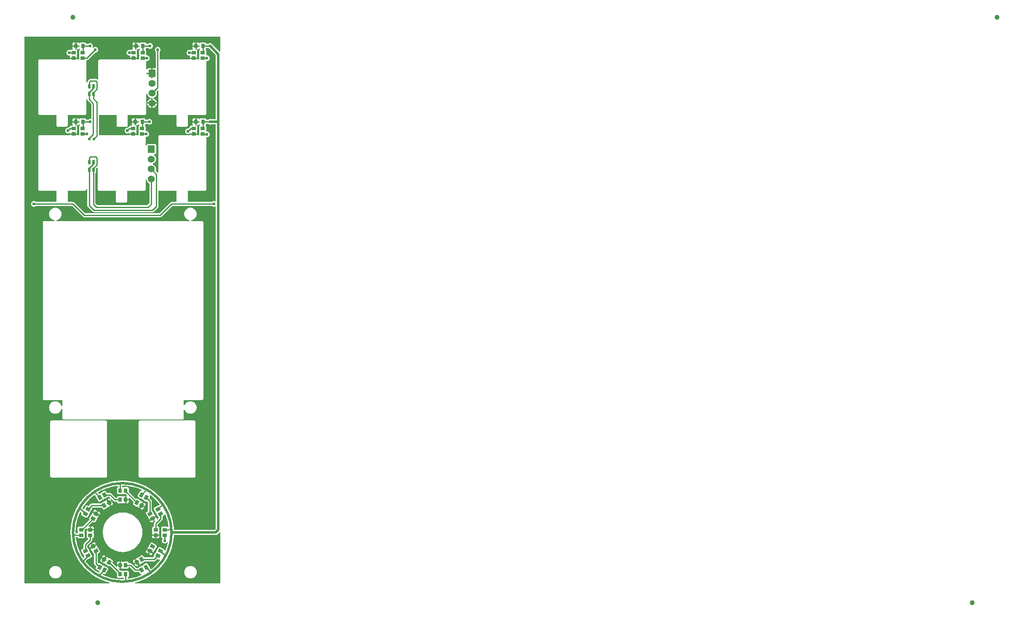
<source format=gtl>
G04 Layer: TopLayer*
G04 EasyEDA v6.5.29, 2023-07-19 20:11:26*
G04 d82c07e130dc4937808a739b57af0cf3,5a6b42c53f6a479593ecc07194224c93,10*
G04 Gerber Generator version 0.2*
G04 Scale: 100 percent, Rotated: No, Reflected: No *
G04 Dimensions in millimeters *
G04 leading zeros omitted , absolute positions ,4 integer and 5 decimal *
%FSLAX45Y45*%
%MOMM*%

%AMMACRO1*21,1,$1,$2,0,0,$3*%
%ADD10C,0.2540*%
%ADD11C,0.5000*%
%ADD12R,0.9000X0.7000*%
%ADD13MACRO1,0.9X0.7X30.0006*%
%ADD14MACRO1,0.9X0.7X29.9998*%
%ADD15MACRO1,0.9X0.7X59.9994*%
%ADD16MACRO1,0.9X0.7X60.0002*%
%ADD17R,0.7000X0.9000*%
%ADD18MACRO1,0.9X0.7X120.0006*%
%ADD19MACRO1,0.9X0.7X119.9998*%
%ADD20MACRO1,0.9X0.7X149.9994*%
%ADD21MACRO1,0.9X0.7X150.0002*%
%ADD22MACRO1,0.9X0.7X-149.9994*%
%ADD23MACRO1,0.9X0.7X-150.0002*%
%ADD24MACRO1,0.9X0.7X-120.0006*%
%ADD25MACRO1,0.9X0.7X-119.9998*%
%ADD26MACRO1,0.9X0.7X-59.9994*%
%ADD27MACRO1,0.9X0.7X-60.0002*%
%ADD28MACRO1,0.9X0.7X-30.0006*%
%ADD29MACRO1,0.9X0.7X-29.9998*%
%ADD30R,0.6000X0.8500*%
%ADD31R,0.8000X0.9000*%
%ADD32C,1.0000*%
%ADD33C,1.4000*%
%ADD34MACRO1,1.524X1.4X-90.0000*%
%ADD35C,0.6096*%
%ADD36C,0.0110*%

%LPD*%
G36*
X2745181Y9175496D02*
G01*
X2741269Y9176258D01*
X2738018Y9178493D01*
X2709672Y9207246D01*
X2707640Y9210192D01*
X2706776Y9213596D01*
X2707132Y9217152D01*
X2710078Y9227667D01*
X2711856Y9240672D01*
X2711856Y9253728D01*
X2710078Y9266732D01*
X2706573Y9279331D01*
X2701340Y9291320D01*
X2694533Y9302496D01*
X2686253Y9312656D01*
X2676702Y9321596D01*
X2666034Y9329115D01*
X2654401Y9335160D01*
X2647442Y9337649D01*
X2643886Y9339783D01*
X2641498Y9343136D01*
X2640685Y9347200D01*
X2641498Y9351264D01*
X2643886Y9354616D01*
X2647442Y9356750D01*
X2654401Y9359239D01*
X2666034Y9365284D01*
X2676702Y9372803D01*
X2686253Y9381744D01*
X2694533Y9391904D01*
X2701340Y9403080D01*
X2706573Y9415068D01*
X2710078Y9427667D01*
X2711856Y9440672D01*
X2711856Y9453727D01*
X2710078Y9466732D01*
X2706573Y9479330D01*
X2701340Y9491319D01*
X2694533Y9502495D01*
X2686253Y9512655D01*
X2676702Y9521596D01*
X2669540Y9526625D01*
X2666695Y9529775D01*
X2665323Y9533788D01*
X2665730Y9538004D01*
X2667812Y9541713D01*
X2671267Y9544202D01*
X2675432Y9545066D01*
X2685643Y9545066D01*
X2691942Y9545828D01*
X2697429Y9547707D01*
X2702306Y9550806D01*
X2706420Y9554870D01*
X2709468Y9559798D01*
X2711399Y9565233D01*
X2712110Y9571583D01*
X2712110Y9722815D01*
X2711399Y9729165D01*
X2709468Y9734600D01*
X2706420Y9739528D01*
X2702306Y9743592D01*
X2697429Y9746691D01*
X2691942Y9748570D01*
X2685643Y9749282D01*
X2546756Y9749282D01*
X2540457Y9748570D01*
X2534970Y9746691D01*
X2530094Y9743592D01*
X2525979Y9739528D01*
X2522931Y9734600D01*
X2522169Y9732467D01*
X2520086Y9728962D01*
X2516835Y9726574D01*
X2512872Y9725660D01*
X2508910Y9726320D01*
X2505506Y9728504D01*
X2503220Y9731857D01*
X2502408Y9735820D01*
X2502408Y9886188D01*
X2503271Y9890302D01*
X2505710Y9893706D01*
X2509316Y9895840D01*
X2524404Y9897110D01*
X2533853Y9899650D01*
X2542794Y9903764D01*
X2550820Y9909403D01*
X2557780Y9916363D01*
X2563418Y9924389D01*
X2567533Y9933330D01*
X2570073Y9942779D01*
X2570937Y9952583D01*
X2570073Y9962388D01*
X2567533Y9971836D01*
X2563418Y9980777D01*
X2557780Y9988804D01*
X2550820Y9995763D01*
X2542794Y10001402D01*
X2533853Y10005517D01*
X2524404Y10008057D01*
X2514600Y10008920D01*
X2509012Y10008463D01*
X2504998Y10008870D01*
X2501493Y10010851D01*
X2499004Y10014000D01*
X2497988Y10017861D01*
X2499207Y10028174D01*
X2499207Y10097058D01*
X2498496Y10103358D01*
X2496566Y10108844D01*
X2493518Y10113721D01*
X2488590Y10118598D01*
X2486406Y10121849D01*
X2485644Y10125710D01*
X2486355Y10129520D01*
X2488438Y10132822D01*
X2492349Y10136886D01*
X2495499Y10141864D01*
X2497378Y10147350D01*
X2497734Y10150449D01*
X2498801Y10154005D01*
X2501087Y10156901D01*
X2504186Y10158831D01*
X2507843Y10159492D01*
X2533091Y10159492D01*
X2537002Y10158730D01*
X2540304Y10156494D01*
X2541879Y10154920D01*
X2549906Y10149281D01*
X2558846Y10145166D01*
X2568295Y10142626D01*
X2578100Y10141762D01*
X2587904Y10142626D01*
X2597353Y10145166D01*
X2606294Y10149281D01*
X2614320Y10154920D01*
X2621280Y10161879D01*
X2626918Y10169906D01*
X2631033Y10178846D01*
X2633573Y10188295D01*
X2634437Y10198100D01*
X2633573Y10207904D01*
X2631033Y10217353D01*
X2626918Y10226294D01*
X2621280Y10234320D01*
X2614320Y10241280D01*
X2606294Y10246918D01*
X2597353Y10251033D01*
X2587904Y10253573D01*
X2578100Y10254437D01*
X2568295Y10253573D01*
X2558846Y10251033D01*
X2549906Y10246918D01*
X2541879Y10241280D01*
X2540304Y10239705D01*
X2537002Y10237470D01*
X2533091Y10236708D01*
X2507843Y10236708D01*
X2504186Y10237368D01*
X2501087Y10239298D01*
X2498801Y10242194D01*
X2497734Y10245750D01*
X2497378Y10248849D01*
X2495499Y10254335D01*
X2492400Y10259212D01*
X2488285Y10263327D01*
X2483408Y10266375D01*
X2477922Y10268305D01*
X2471623Y10269016D01*
X2392781Y10269016D01*
X2386431Y10268305D01*
X2380996Y10266375D01*
X2376068Y10263327D01*
X2372004Y10259212D01*
X2370785Y10257332D01*
X2367991Y10254386D01*
X2364232Y10252760D01*
X2360168Y10252760D01*
X2356408Y10254386D01*
X2353614Y10257332D01*
X2352395Y10259212D01*
X2348331Y10263327D01*
X2343404Y10266375D01*
X2337968Y10268305D01*
X2331618Y10269016D01*
X2304897Y10269016D01*
X2304897Y10210800D01*
X2356104Y10210800D01*
X2360015Y10210038D01*
X2363317Y10207802D01*
X2365502Y10204551D01*
X2366264Y10200640D01*
X2366264Y10195560D01*
X2365502Y10191648D01*
X2363317Y10188397D01*
X2360015Y10186162D01*
X2356104Y10185400D01*
X2304897Y10185400D01*
X2304897Y10133177D01*
X2304034Y10129062D01*
X2301595Y10125659D01*
X2297938Y10123525D01*
X2293772Y10123068D01*
X2288692Y10123576D01*
X2285085Y10124592D01*
X2282139Y10126827D01*
X2280208Y10130028D01*
X2279497Y10133685D01*
X2279497Y10185400D01*
X2226310Y10185400D01*
X2226310Y10153650D01*
X2227021Y10147350D01*
X2228900Y10141864D01*
X2230678Y10139070D01*
X2232152Y10135057D01*
X2231796Y10130739D01*
X2229713Y10126980D01*
X2226310Y10124440D01*
X2222093Y10123525D01*
X2200859Y10123525D01*
X2194560Y10122814D01*
X2189073Y10120884D01*
X2184196Y10117836D01*
X2180082Y10113721D01*
X2177034Y10108844D01*
X2174900Y10104272D01*
X2172563Y10102088D01*
X2169668Y10100716D01*
X2161082Y10098176D01*
X2154478Y10094671D01*
X2148230Y10089540D01*
X2138121Y10079431D01*
X2135225Y10077399D01*
X2131822Y10076484D01*
X2123795Y10075773D01*
X2114346Y10073233D01*
X2105406Y10069118D01*
X2097379Y10063480D01*
X2090420Y10056520D01*
X2084781Y10048494D01*
X2080666Y10039553D01*
X2078126Y10030104D01*
X2077262Y10020300D01*
X2078126Y10010495D01*
X2080666Y10001046D01*
X2084781Y9992106D01*
X2090420Y9984079D01*
X2097379Y9977120D01*
X2105406Y9971481D01*
X2114346Y9967366D01*
X2123795Y9964826D01*
X2133600Y9963962D01*
X2143404Y9964826D01*
X2152853Y9967366D01*
X2159914Y9970668D01*
X2163927Y9971582D01*
X2167940Y9970922D01*
X2171344Y9968687D01*
X2173630Y9965283D01*
X2232609Y9965283D01*
X2232609Y9991547D01*
X2233371Y9995408D01*
X2235555Y9998710D01*
X2238857Y10000945D01*
X2242769Y10001707D01*
X2247849Y10001707D01*
X2251710Y10000945D01*
X2255012Y9998710D01*
X2257247Y9995408D01*
X2258009Y9991547D01*
X2258009Y9965283D01*
X2316226Y9965283D01*
X2316226Y9987026D01*
X2315514Y9993376D01*
X2313584Y9998811D01*
X2311450Y10002215D01*
X2310079Y10005720D01*
X2310079Y10009479D01*
X2311450Y10013035D01*
X2313584Y10016388D01*
X2315514Y10021874D01*
X2316226Y10028174D01*
X2316226Y10097058D01*
X2315514Y10103358D01*
X2313584Y10108844D01*
X2311806Y10111638D01*
X2310333Y10115651D01*
X2310688Y10119969D01*
X2312771Y10123728D01*
X2316226Y10126268D01*
X2320442Y10127183D01*
X2331618Y10127183D01*
X2337968Y10127894D01*
X2343404Y10129824D01*
X2348331Y10132872D01*
X2352395Y10136987D01*
X2353614Y10138867D01*
X2356408Y10141813D01*
X2360168Y10143439D01*
X2364232Y10143439D01*
X2367991Y10141813D01*
X2370785Y10138867D01*
X2374950Y10133076D01*
X2375865Y10129570D01*
X2375458Y10125964D01*
X2373782Y10122712D01*
X2371140Y10120274D01*
X2367178Y10117836D01*
X2363114Y10113721D01*
X2360015Y10108844D01*
X2358085Y10103358D01*
X2357374Y10097058D01*
X2357374Y10028174D01*
X2358085Y10021874D01*
X2360015Y10016388D01*
X2362149Y10013035D01*
X2363520Y10009479D01*
X2363520Y10005720D01*
X2362149Y10002215D01*
X2360015Y9998811D01*
X2358085Y9993376D01*
X2357374Y9987026D01*
X2357374Y9935718D01*
X2356612Y9931806D01*
X2354427Y9928555D01*
X2351125Y9926320D01*
X2347214Y9925558D01*
X2326386Y9925558D01*
X2322474Y9926320D01*
X2319172Y9928555D01*
X2316988Y9931806D01*
X2316226Y9935718D01*
X2316226Y9939883D01*
X2258009Y9939883D01*
X2258009Y9935718D01*
X2257247Y9931806D01*
X2255012Y9928555D01*
X2251710Y9926320D01*
X2247849Y9925558D01*
X2242769Y9925558D01*
X2238857Y9926320D01*
X2235555Y9928555D01*
X2233371Y9931806D01*
X2232609Y9935718D01*
X2232609Y9939883D01*
X2174392Y9939883D01*
X2174392Y9935718D01*
X2173630Y9931806D01*
X2171395Y9928555D01*
X2168144Y9926320D01*
X2164232Y9925558D01*
X1572768Y9925558D01*
X1568856Y9926320D01*
X1565605Y9928555D01*
X1563370Y9931806D01*
X1562608Y9935718D01*
X1562608Y10327386D01*
X1563471Y10331500D01*
X1566011Y10334955D01*
X1569669Y10337038D01*
X1573885Y10337444D01*
X1575358Y10337292D01*
X1907032Y10337292D01*
X1910943Y10336530D01*
X1914194Y10334294D01*
X1916430Y10331043D01*
X1917192Y10327132D01*
X1917192Y10122458D01*
X1917903Y10116159D01*
X1919833Y10110673D01*
X1922881Y10105796D01*
X1926996Y10101681D01*
X1931873Y10098633D01*
X1937359Y10096703D01*
X1943658Y10095992D01*
X2113991Y10095992D01*
X2120290Y10096703D01*
X2125776Y10098633D01*
X2130653Y10101681D01*
X2134768Y10105796D01*
X2137816Y10110673D01*
X2139746Y10116159D01*
X2140458Y10122458D01*
X2140458Y10327132D01*
X2141220Y10331043D01*
X2143455Y10334294D01*
X2146706Y10336530D01*
X2150618Y10337292D01*
X2488641Y10337292D01*
X2494940Y10338003D01*
X2500426Y10339933D01*
X2505303Y10342981D01*
X2509418Y10347096D01*
X2512466Y10351973D01*
X2514396Y10357459D01*
X2515108Y10363758D01*
X2515108Y10548823D01*
X2515971Y10552887D01*
X2518308Y10556290D01*
X2521864Y10558424D01*
X2524099Y10558729D01*
X2521356Y10559288D01*
X2518105Y10561472D01*
X2515870Y10564774D01*
X2515108Y10568635D01*
X2515108Y10573715D01*
X2515870Y10577626D01*
X2518105Y10580928D01*
X2521356Y10583113D01*
X2524099Y10583672D01*
X2521864Y10583976D01*
X2518308Y10586110D01*
X2515971Y10589514D01*
X2515108Y10593578D01*
X2515108Y10748822D01*
X2515971Y10752886D01*
X2518308Y10756290D01*
X2521864Y10758424D01*
X2525979Y10758982D01*
X2529941Y10757865D01*
X2533142Y10755274D01*
X2535072Y10751566D01*
X2538577Y10739069D01*
X2543759Y10727080D01*
X2550566Y10715904D01*
X2558846Y10705744D01*
X2568397Y10696803D01*
X2579065Y10689285D01*
X2590698Y10683240D01*
X2597658Y10680750D01*
X2601214Y10678617D01*
X2603601Y10675264D01*
X2604414Y10671200D01*
X2603601Y10667136D01*
X2601214Y10663783D01*
X2597658Y10661650D01*
X2590698Y10659160D01*
X2579065Y10653115D01*
X2568397Y10645597D01*
X2558846Y10636656D01*
X2550566Y10626496D01*
X2543759Y10615320D01*
X2538577Y10603331D01*
X2535072Y10590834D01*
X2533142Y10587126D01*
X2529941Y10584535D01*
X2527655Y10583875D01*
X2616200Y10583875D01*
X2616200Y10665307D01*
X2616962Y10669219D01*
X2619197Y10672470D01*
X2622448Y10674705D01*
X2626360Y10675467D01*
X2631440Y10675467D01*
X2635351Y10674705D01*
X2638602Y10672470D01*
X2640838Y10669219D01*
X2641600Y10665307D01*
X2641600Y10583875D01*
X2723692Y10583875D01*
X2722778Y10590733D01*
X2719273Y10603331D01*
X2714040Y10615320D01*
X2707233Y10626496D01*
X2698953Y10636656D01*
X2689402Y10645597D01*
X2678734Y10653115D01*
X2667101Y10659160D01*
X2660142Y10661650D01*
X2656586Y10663783D01*
X2654198Y10667136D01*
X2653385Y10671200D01*
X2654198Y10675264D01*
X2656586Y10678617D01*
X2660142Y10680750D01*
X2667101Y10683240D01*
X2678734Y10689285D01*
X2689402Y10696803D01*
X2698953Y10705744D01*
X2707233Y10715904D01*
X2714040Y10727080D01*
X2719273Y10739069D01*
X2722778Y10751667D01*
X2724556Y10764672D01*
X2724556Y10777728D01*
X2722778Y10790732D01*
X2720289Y10799673D01*
X2719933Y10803229D01*
X2720848Y10806734D01*
X2722930Y10809630D01*
X2738120Y10824616D01*
X2741422Y10826800D01*
X2745282Y10827562D01*
X2749143Y10826750D01*
X2752445Y10824565D01*
X2754630Y10821263D01*
X2755392Y10817402D01*
X2755392Y10363758D01*
X2756103Y10357459D01*
X2758033Y10351973D01*
X2761081Y10347096D01*
X2765196Y10342981D01*
X2770073Y10339933D01*
X2775559Y10338003D01*
X2781858Y10337292D01*
X3113532Y10337292D01*
X3117443Y10336530D01*
X3120694Y10334294D01*
X3122930Y10331043D01*
X3123692Y10327132D01*
X3123692Y10122458D01*
X3124403Y10116159D01*
X3126333Y10110673D01*
X3129381Y10105796D01*
X3133496Y10101681D01*
X3138373Y10098633D01*
X3143859Y10096703D01*
X3150158Y10095992D01*
X3320491Y10095992D01*
X3326790Y10096703D01*
X3332276Y10098633D01*
X3337153Y10101681D01*
X3341268Y10105796D01*
X3344316Y10110673D01*
X3346246Y10116159D01*
X3346958Y10122458D01*
X3346958Y10327132D01*
X3347720Y10331043D01*
X3349955Y10334294D01*
X3353206Y10336530D01*
X3357118Y10337292D01*
X3695141Y10337292D01*
X3701440Y10338003D01*
X3706926Y10339933D01*
X3711803Y10342981D01*
X3715918Y10347096D01*
X3718966Y10351973D01*
X3720896Y10357459D01*
X3721608Y10363758D01*
X3721608Y11410188D01*
X3722471Y11414302D01*
X3724910Y11417706D01*
X3728516Y11419840D01*
X3743604Y11421110D01*
X3753053Y11423650D01*
X3761994Y11427764D01*
X3770020Y11433403D01*
X3776979Y11440363D01*
X3782618Y11448389D01*
X3786733Y11457330D01*
X3789273Y11466779D01*
X3790137Y11476583D01*
X3789273Y11486388D01*
X3786733Y11495836D01*
X3782618Y11504777D01*
X3776979Y11512804D01*
X3770020Y11519763D01*
X3761994Y11525402D01*
X3753053Y11529517D01*
X3743604Y11532057D01*
X3733800Y11532920D01*
X3728212Y11532463D01*
X3724198Y11532870D01*
X3720693Y11534851D01*
X3718204Y11538000D01*
X3717188Y11541861D01*
X3718407Y11552174D01*
X3718407Y11621058D01*
X3717696Y11627358D01*
X3715765Y11632844D01*
X3712718Y11637721D01*
X3707790Y11642598D01*
X3705606Y11645849D01*
X3704844Y11649710D01*
X3705555Y11653520D01*
X3707637Y11656822D01*
X3711549Y11660886D01*
X3714699Y11665864D01*
X3716578Y11671350D01*
X3716934Y11674449D01*
X3718001Y11678005D01*
X3720287Y11680901D01*
X3723386Y11682831D01*
X3727043Y11683492D01*
X3752291Y11683492D01*
X3756202Y11682730D01*
X3759504Y11680494D01*
X3761079Y11678920D01*
X3769106Y11673281D01*
X3776827Y11669725D01*
X3779723Y11667693D01*
X3908501Y11538864D01*
X3910736Y11535613D01*
X3911498Y11531701D01*
X3911498Y10259161D01*
X3910736Y10255300D01*
X3908501Y10251998D01*
X3905199Y10249763D01*
X3901338Y10249001D01*
X3823208Y10249001D01*
X3818890Y10249966D01*
X3816553Y10251033D01*
X3807104Y10253573D01*
X3797300Y10254437D01*
X3787495Y10253573D01*
X3778046Y10251033D01*
X3769106Y10246918D01*
X3761079Y10241280D01*
X3759504Y10239705D01*
X3756202Y10237470D01*
X3752291Y10236708D01*
X3727043Y10236708D01*
X3723386Y10237368D01*
X3720287Y10239298D01*
X3718001Y10242194D01*
X3716934Y10245750D01*
X3716578Y10248849D01*
X3714699Y10254335D01*
X3711600Y10259212D01*
X3707485Y10263327D01*
X3702608Y10266375D01*
X3697122Y10268305D01*
X3690823Y10269016D01*
X3611981Y10269016D01*
X3605631Y10268305D01*
X3600196Y10266375D01*
X3595268Y10263327D01*
X3591204Y10259212D01*
X3589985Y10257332D01*
X3587191Y10254386D01*
X3583432Y10252760D01*
X3579368Y10252760D01*
X3575608Y10254386D01*
X3572814Y10257332D01*
X3571595Y10259212D01*
X3567531Y10263327D01*
X3562604Y10266375D01*
X3557168Y10268305D01*
X3550818Y10269016D01*
X3524097Y10269016D01*
X3524097Y10210800D01*
X3575304Y10210800D01*
X3579215Y10210038D01*
X3582517Y10207802D01*
X3584701Y10204551D01*
X3585464Y10200640D01*
X3585464Y10195560D01*
X3584701Y10191648D01*
X3582517Y10188397D01*
X3579215Y10186162D01*
X3575304Y10185400D01*
X3524097Y10185400D01*
X3524097Y10133177D01*
X3523234Y10129062D01*
X3520795Y10125659D01*
X3517137Y10123525D01*
X3512972Y10123068D01*
X3507892Y10123576D01*
X3504285Y10124592D01*
X3501339Y10126827D01*
X3499408Y10130028D01*
X3498697Y10133685D01*
X3498697Y10185400D01*
X3445510Y10185400D01*
X3445510Y10153650D01*
X3446221Y10147350D01*
X3448100Y10141864D01*
X3449878Y10139070D01*
X3451351Y10135057D01*
X3450996Y10130739D01*
X3448913Y10126980D01*
X3445510Y10124440D01*
X3441293Y10123525D01*
X3420059Y10123525D01*
X3413760Y10122814D01*
X3408273Y10120884D01*
X3403396Y10117836D01*
X3399282Y10113721D01*
X3396234Y10108895D01*
X3393897Y10101834D01*
X3392017Y10098481D01*
X3389071Y10096093D01*
X3386378Y10094671D01*
X3380130Y10089540D01*
X3357321Y10066731D01*
X3354425Y10064699D01*
X3351022Y10063784D01*
X3342995Y10063073D01*
X3333546Y10060533D01*
X3324606Y10056418D01*
X3316579Y10050780D01*
X3309620Y10043820D01*
X3303981Y10035794D01*
X3299866Y10026853D01*
X3297326Y10017404D01*
X3296462Y10007600D01*
X3297326Y9997795D01*
X3299866Y9988346D01*
X3303981Y9979406D01*
X3309620Y9971379D01*
X3316579Y9964420D01*
X3324606Y9958781D01*
X3333546Y9954666D01*
X3342995Y9952126D01*
X3352800Y9951262D01*
X3362604Y9952126D01*
X3372053Y9954666D01*
X3379114Y9957968D01*
X3380384Y9958374D01*
X3387648Y9963454D01*
X3390392Y9964826D01*
X3393490Y9965283D01*
X3451809Y9965283D01*
X3451809Y9991547D01*
X3452571Y9995408D01*
X3454755Y9998710D01*
X3458057Y10000945D01*
X3461969Y10001707D01*
X3467049Y10001707D01*
X3470910Y10000945D01*
X3474212Y9998710D01*
X3476447Y9995408D01*
X3477209Y9991547D01*
X3477209Y9965283D01*
X3535426Y9965283D01*
X3535426Y9987026D01*
X3534714Y9993376D01*
X3532784Y9998811D01*
X3530650Y10002215D01*
X3529279Y10005720D01*
X3529279Y10009479D01*
X3530650Y10013035D01*
X3532784Y10016388D01*
X3534714Y10021874D01*
X3535426Y10028174D01*
X3535426Y10097058D01*
X3534714Y10103358D01*
X3532784Y10108844D01*
X3531006Y10111638D01*
X3529533Y10115651D01*
X3529888Y10119969D01*
X3531971Y10123728D01*
X3535426Y10126268D01*
X3539642Y10127183D01*
X3550818Y10127183D01*
X3557168Y10127894D01*
X3562604Y10129824D01*
X3567531Y10132872D01*
X3571595Y10136987D01*
X3572814Y10138867D01*
X3575608Y10141813D01*
X3579368Y10143439D01*
X3583432Y10143439D01*
X3587191Y10141813D01*
X3589985Y10138867D01*
X3594150Y10133076D01*
X3595065Y10129570D01*
X3594658Y10125964D01*
X3592982Y10122712D01*
X3590340Y10120274D01*
X3586378Y10117836D01*
X3582314Y10113721D01*
X3579215Y10108844D01*
X3577285Y10103358D01*
X3576574Y10097058D01*
X3576574Y10028174D01*
X3577285Y10021874D01*
X3579215Y10016388D01*
X3581349Y10013035D01*
X3582720Y10009479D01*
X3582720Y10005720D01*
X3581349Y10002215D01*
X3579215Y9998811D01*
X3577285Y9993376D01*
X3576574Y9987026D01*
X3576574Y9935718D01*
X3575812Y9931806D01*
X3573627Y9928555D01*
X3570325Y9926320D01*
X3566414Y9925558D01*
X3545586Y9925558D01*
X3541674Y9926320D01*
X3538372Y9928555D01*
X3536187Y9931806D01*
X3535426Y9935718D01*
X3535426Y9939883D01*
X3477209Y9939883D01*
X3477209Y9935718D01*
X3476447Y9931806D01*
X3474212Y9928555D01*
X3470910Y9926320D01*
X3467049Y9925558D01*
X3461969Y9925558D01*
X3458057Y9926320D01*
X3454755Y9928555D01*
X3452571Y9931806D01*
X3451809Y9935718D01*
X3451809Y9939883D01*
X3393592Y9939883D01*
X3393592Y9935718D01*
X3392830Y9931806D01*
X3390595Y9928555D01*
X3387344Y9926320D01*
X3383432Y9925558D01*
X2781858Y9925558D01*
X2775559Y9924846D01*
X2770073Y9922916D01*
X2765196Y9919868D01*
X2761081Y9915753D01*
X2758033Y9910876D01*
X2756103Y9905390D01*
X2755392Y9899091D01*
X2755392Y9185656D01*
X2754630Y9181744D01*
X2752394Y9178442D01*
X2749092Y9176258D01*
G37*

%LPC*%
G36*
X2226310Y10210800D02*
G01*
X2279497Y10210800D01*
X2279497Y10269016D01*
X2252776Y10269016D01*
X2246477Y10268305D01*
X2240991Y10266375D01*
X2236114Y10263327D01*
X2231999Y10259212D01*
X2228900Y10254335D01*
X2227021Y10248849D01*
X2226310Y10242550D01*
G37*
G36*
X3445510Y10210800D02*
G01*
X3498697Y10210800D01*
X3498697Y10269016D01*
X3471976Y10269016D01*
X3465677Y10268305D01*
X3460191Y10266375D01*
X3455314Y10263327D01*
X3451199Y10259212D01*
X3448100Y10254335D01*
X3446221Y10248849D01*
X3445510Y10242550D01*
G37*
G36*
X2641600Y10476179D02*
G01*
X2654757Y10478871D01*
X2667101Y10483240D01*
X2678734Y10489285D01*
X2689402Y10496804D01*
X2698953Y10505744D01*
X2707233Y10515904D01*
X2714040Y10527080D01*
X2719273Y10539069D01*
X2722778Y10551668D01*
X2723692Y10558475D01*
X2641600Y10558475D01*
G37*
G36*
X2616200Y10476179D02*
G01*
X2616200Y10558475D01*
X2527655Y10558475D01*
X2529941Y10557865D01*
X2533142Y10555274D01*
X2535072Y10551566D01*
X2538577Y10539069D01*
X2543759Y10527080D01*
X2550566Y10515904D01*
X2558846Y10505744D01*
X2568397Y10496804D01*
X2579065Y10489285D01*
X2590698Y10483240D01*
X2603042Y10478871D01*
G37*

%LPD*%
G36*
X3356864Y8585708D02*
G01*
X3352749Y8586571D01*
X3349294Y8589111D01*
X3347212Y8592769D01*
X3346805Y8596985D01*
X3346958Y8598458D01*
X3346958Y8803132D01*
X3347720Y8807043D01*
X3349955Y8810294D01*
X3353206Y8812530D01*
X3357118Y8813292D01*
X3695141Y8813292D01*
X3701440Y8814003D01*
X3706926Y8815933D01*
X3711803Y8818981D01*
X3715918Y8823096D01*
X3718966Y8827973D01*
X3720896Y8833459D01*
X3721608Y8839758D01*
X3721608Y9877704D01*
X3722471Y9881819D01*
X3724910Y9885222D01*
X3728516Y9887356D01*
X3743604Y9888626D01*
X3753053Y9891166D01*
X3761994Y9895281D01*
X3770020Y9900920D01*
X3776979Y9907879D01*
X3782618Y9915906D01*
X3786733Y9924846D01*
X3789273Y9934295D01*
X3790137Y9944100D01*
X3789273Y9953904D01*
X3786733Y9963353D01*
X3782618Y9972294D01*
X3776979Y9980320D01*
X3770020Y9987280D01*
X3761994Y9992918D01*
X3753053Y9997033D01*
X3743604Y9999573D01*
X3733800Y10000437D01*
X3724503Y9999624D01*
X3720084Y10000234D01*
X3716324Y10002672D01*
X3713987Y10006482D01*
X3713530Y10010952D01*
X3715004Y10015169D01*
X3715765Y10016388D01*
X3717696Y10021874D01*
X3718407Y10028174D01*
X3718407Y10097058D01*
X3717696Y10103358D01*
X3715765Y10108844D01*
X3712718Y10113721D01*
X3707790Y10118598D01*
X3705606Y10121849D01*
X3704844Y10125710D01*
X3705555Y10129520D01*
X3707637Y10132822D01*
X3711549Y10136886D01*
X3714699Y10141864D01*
X3716578Y10147350D01*
X3716934Y10150449D01*
X3718001Y10154005D01*
X3720287Y10156901D01*
X3723386Y10158831D01*
X3727043Y10159492D01*
X3752291Y10159492D01*
X3756202Y10158730D01*
X3759504Y10156494D01*
X3761079Y10154920D01*
X3769106Y10149281D01*
X3778046Y10145166D01*
X3787495Y10142626D01*
X3797300Y10141762D01*
X3807104Y10142626D01*
X3816553Y10145166D01*
X3818890Y10146233D01*
X3823208Y10147198D01*
X3901338Y10147198D01*
X3905199Y10146436D01*
X3908501Y10144201D01*
X3910736Y10140899D01*
X3911498Y10137038D01*
X3911498Y8607247D01*
X3910685Y8603284D01*
X3908399Y8599982D01*
X3904996Y8597798D01*
X3900982Y8597138D01*
X3897020Y8598052D01*
X3892753Y8600033D01*
X3883304Y8602573D01*
X3873500Y8603437D01*
X3863695Y8602573D01*
X3854246Y8600033D01*
X3845306Y8595918D01*
X3837279Y8590280D01*
X3835704Y8588705D01*
X3832402Y8586470D01*
X3828491Y8585708D01*
G37*

%LPD*%
G36*
X1531518Y8522208D02*
G01*
X1527606Y8522970D01*
X1524304Y8525205D01*
X1493723Y8555786D01*
X1491488Y8559088D01*
X1490726Y8563000D01*
X1490726Y9163507D01*
X1491284Y9166860D01*
X1492961Y9169857D01*
X1495501Y9172143D01*
X1498295Y9173921D01*
X1502410Y9177985D01*
X1505508Y9182912D01*
X1507388Y9188348D01*
X1508099Y9194698D01*
X1508099Y9259824D01*
X1508861Y9263684D01*
X1511096Y9266986D01*
X1518869Y9274759D01*
X1522120Y9276943D01*
X1526032Y9277705D01*
X1529943Y9276943D01*
X1533194Y9274759D01*
X1535430Y9271457D01*
X1536192Y9267545D01*
X1536192Y8839758D01*
X1536903Y8833459D01*
X1538833Y8827973D01*
X1541881Y8823096D01*
X1545996Y8818981D01*
X1550873Y8815933D01*
X1556359Y8814003D01*
X1562658Y8813292D01*
X1894332Y8813292D01*
X1898243Y8812530D01*
X1901494Y8810294D01*
X1903730Y8807043D01*
X1904492Y8803132D01*
X1904492Y8598458D01*
X1905203Y8592159D01*
X1907133Y8586673D01*
X1910181Y8581796D01*
X1914296Y8577681D01*
X1919173Y8574633D01*
X1924659Y8572703D01*
X1930958Y8571992D01*
X2101291Y8571992D01*
X2107590Y8572703D01*
X2113076Y8574633D01*
X2117953Y8577681D01*
X2122068Y8581796D01*
X2125116Y8586673D01*
X2127046Y8592159D01*
X2127758Y8598458D01*
X2127758Y8803132D01*
X2128520Y8807043D01*
X2130755Y8810294D01*
X2134006Y8812530D01*
X2137918Y8813292D01*
X2475941Y8813292D01*
X2482240Y8814003D01*
X2487726Y8815933D01*
X2492603Y8818981D01*
X2496718Y8823096D01*
X2499766Y8827973D01*
X2501696Y8833459D01*
X2502408Y8839758D01*
X2502408Y9024823D01*
X2503271Y9028887D01*
X2505608Y9032290D01*
X2509164Y9034424D01*
X2513279Y9034983D01*
X2517241Y9033865D01*
X2520442Y9031274D01*
X2522372Y9027566D01*
X2525877Y9015069D01*
X2531059Y9003080D01*
X2537866Y8991904D01*
X2546146Y8981744D01*
X2555697Y8972804D01*
X2566365Y8965285D01*
X2572105Y8962288D01*
X2575001Y8960053D01*
X2576931Y8956903D01*
X2577592Y8953296D01*
X2577592Y8567318D01*
X2576830Y8563406D01*
X2574594Y8560104D01*
X2539695Y8525205D01*
X2536393Y8522970D01*
X2532481Y8522208D01*
G37*

%LPD*%
G36*
X1290218Y8357108D02*
G01*
X1286306Y8357870D01*
X1283004Y8360105D01*
X1069035Y8574024D01*
X1062837Y8579154D01*
X1056132Y8582710D01*
X1048918Y8584895D01*
X1040892Y8585708D01*
X943864Y8585708D01*
X939749Y8586571D01*
X936294Y8589111D01*
X934212Y8592769D01*
X933805Y8596985D01*
X933958Y8598458D01*
X933958Y8803132D01*
X934719Y8807043D01*
X936955Y8810294D01*
X940206Y8812530D01*
X944118Y8813292D01*
X1282141Y8813292D01*
X1288440Y8814003D01*
X1293926Y8815933D01*
X1298803Y8818981D01*
X1302918Y8823096D01*
X1305966Y8827973D01*
X1307896Y8833459D01*
X1308404Y8838082D01*
X1309827Y8842197D01*
X1312824Y8845346D01*
X1316888Y8846972D01*
X1321257Y8846718D01*
X1325118Y8844686D01*
X1327759Y8841181D01*
X1328674Y8836964D01*
X1328674Y8513826D01*
X1329486Y8505799D01*
X1331671Y8498586D01*
X1335227Y8491880D01*
X1340358Y8485682D01*
X1432864Y8393176D01*
X1439062Y8388045D01*
X1445768Y8384489D01*
X1452981Y8382304D01*
X1461008Y8381492D01*
X2641092Y8381492D01*
X2649118Y8382304D01*
X2656332Y8384489D01*
X2663037Y8388045D01*
X2669235Y8393176D01*
X2744724Y8468664D01*
X2749854Y8474862D01*
X2753410Y8481568D01*
X2755595Y8488781D01*
X2756408Y8496808D01*
X2756408Y8806383D01*
X2757119Y8810142D01*
X2759202Y8813393D01*
X2762351Y8815628D01*
X2766110Y8816543D01*
X2769920Y8815984D01*
X2775559Y8814003D01*
X2781858Y8813292D01*
X3113532Y8813292D01*
X3117443Y8812530D01*
X3120694Y8810294D01*
X3122930Y8807043D01*
X3123692Y8803132D01*
X3123692Y8598458D01*
X3123844Y8596985D01*
X3123438Y8592769D01*
X3121355Y8589111D01*
X3117900Y8586571D01*
X3113786Y8585708D01*
X3023108Y8585708D01*
X3015081Y8584895D01*
X3007868Y8582710D01*
X3001162Y8579154D01*
X2994964Y8574024D01*
X2780995Y8360105D01*
X2777693Y8357870D01*
X2773781Y8357108D01*
G37*

%LPD*%
G36*
X2020824Y1003452D02*
G01*
X1977136Y1005027D01*
X1933549Y1008583D01*
X1890166Y1014171D01*
X1847088Y1021791D01*
X1804416Y1031392D01*
X1762252Y1042974D01*
X1720697Y1056487D01*
X1679752Y1071930D01*
X1644599Y1087069D01*
X1641348Y1089355D01*
X1639214Y1092657D01*
X1638452Y1096518D01*
X1639265Y1100429D01*
X1641500Y1103680D01*
X1648510Y1110538D01*
X1652219Y1112824D01*
X1656537Y1113383D01*
X1660702Y1112062D01*
X1666290Y1108811D01*
X1672132Y1106271D01*
X1677822Y1105204D01*
X1683613Y1105408D01*
X1689201Y1106932D01*
X1694281Y1109624D01*
X1698701Y1113383D01*
X1702460Y1118514D01*
X1746910Y1195476D01*
X1749450Y1201318D01*
X1750517Y1207008D01*
X1750314Y1212748D01*
X1748789Y1218336D01*
X1746097Y1223467D01*
X1742338Y1227836D01*
X1737207Y1231646D01*
X1677568Y1266088D01*
X1671726Y1268628D01*
X1666036Y1269695D01*
X1662074Y1269542D01*
X1658315Y1270101D01*
X1655064Y1271981D01*
X1652727Y1274927D01*
X1650847Y1278483D01*
X1647037Y1282852D01*
X1641957Y1286662D01*
X1582318Y1321054D01*
X1576476Y1323594D01*
X1570786Y1324711D01*
X1564995Y1324457D01*
X1558290Y1322679D01*
X1554835Y1322374D01*
X1551482Y1323238D01*
X1548587Y1325219D01*
X1544218Y1329486D01*
X1541932Y1332839D01*
X1541119Y1336751D01*
X1541119Y1512671D01*
X1541729Y1516126D01*
X1543507Y1519174D01*
X1546199Y1521460D01*
X1571447Y1536039D01*
X1576578Y1539798D01*
X1580337Y1544218D01*
X1583080Y1549298D01*
X1584553Y1554886D01*
X1584756Y1560677D01*
X1583690Y1566367D01*
X1581150Y1572209D01*
X1546707Y1631848D01*
X1542948Y1636928D01*
X1538579Y1640738D01*
X1535023Y1642618D01*
X1532077Y1644954D01*
X1530197Y1648206D01*
X1529638Y1651965D01*
X1529791Y1655927D01*
X1528673Y1661617D01*
X1526133Y1667459D01*
X1515262Y1686306D01*
X1464868Y1657197D01*
X1477975Y1634439D01*
X1479245Y1630680D01*
X1478991Y1626768D01*
X1477264Y1623212D01*
X1474266Y1620570D01*
X1469898Y1618030D01*
X1466138Y1616760D01*
X1462176Y1617014D01*
X1458620Y1618792D01*
X1455978Y1621739D01*
X1442872Y1644497D01*
X1392478Y1615389D01*
X1403350Y1596542D01*
X1407109Y1591411D01*
X1411478Y1587652D01*
X1415034Y1585772D01*
X1417980Y1583436D01*
X1419860Y1580184D01*
X1420418Y1576425D01*
X1420266Y1572463D01*
X1421384Y1566773D01*
X1423924Y1560931D01*
X1458315Y1501292D01*
X1461922Y1496415D01*
X1463395Y1493570D01*
X1463903Y1490421D01*
X1463903Y1317091D01*
X1464716Y1309065D01*
X1466900Y1301800D01*
X1470456Y1295146D01*
X1475587Y1288897D01*
X1506575Y1257909D01*
X1508912Y1254201D01*
X1509522Y1249832D01*
X1508201Y1245666D01*
X1501698Y1234440D01*
X1499158Y1228598D01*
X1498092Y1222908D01*
X1498295Y1217117D01*
X1499819Y1211529D01*
X1502511Y1206398D01*
X1506270Y1202029D01*
X1511401Y1198270D01*
X1571040Y1163828D01*
X1575358Y1161084D01*
X1577492Y1157782D01*
X1578203Y1153871D01*
X1577390Y1150010D01*
X1575155Y1146759D01*
X1564843Y1136650D01*
X1561084Y1134313D01*
X1556664Y1133805D01*
X1552448Y1135227D01*
X1524609Y1152194D01*
X1488338Y1176629D01*
X1453286Y1202740D01*
X1419453Y1230477D01*
X1386992Y1259738D01*
X1355902Y1290523D01*
X1326235Y1322679D01*
X1296670Y1358087D01*
X1295044Y1361338D01*
X1294638Y1364945D01*
X1295501Y1368450D01*
X1297584Y1371447D01*
X1319987Y1393850D01*
X1322425Y1395628D01*
X1325270Y1396644D01*
X1330198Y1397558D01*
X1336040Y1400098D01*
X1413002Y1444548D01*
X1418082Y1448308D01*
X1421892Y1452676D01*
X1424584Y1457807D01*
X1426057Y1463395D01*
X1426311Y1469186D01*
X1425194Y1474876D01*
X1422654Y1480718D01*
X1388262Y1540357D01*
X1384452Y1545437D01*
X1380083Y1549247D01*
X1376527Y1551076D01*
X1373581Y1553464D01*
X1371701Y1556715D01*
X1371142Y1560474D01*
X1371295Y1564436D01*
X1370228Y1570126D01*
X1367688Y1575968D01*
X1333246Y1635607D01*
X1329639Y1640484D01*
X1328166Y1643329D01*
X1327658Y1646529D01*
X1327658Y1675231D01*
X1328420Y1679143D01*
X1330655Y1682445D01*
X1413764Y1765604D01*
X1418894Y1771802D01*
X1422450Y1778507D01*
X1424635Y1785721D01*
X1425448Y1793748D01*
X1425448Y1817420D01*
X1426108Y1821078D01*
X1428038Y1824228D01*
X1430934Y1826463D01*
X1434490Y1827530D01*
X1437640Y1827885D01*
X1443126Y1829816D01*
X1448003Y1832864D01*
X1452118Y1836978D01*
X1455166Y1841855D01*
X1457096Y1847342D01*
X1457807Y1853641D01*
X1457807Y1922525D01*
X1457096Y1928825D01*
X1455166Y1934311D01*
X1453083Y1937664D01*
X1451660Y1941220D01*
X1451660Y1944979D01*
X1453083Y1948484D01*
X1455166Y1951888D01*
X1457096Y1957324D01*
X1457807Y1963674D01*
X1457807Y1985365D01*
X1399590Y1985365D01*
X1399590Y1959152D01*
X1398828Y1955292D01*
X1396644Y1951989D01*
X1393342Y1949754D01*
X1389430Y1948992D01*
X1384350Y1948992D01*
X1380490Y1949754D01*
X1377188Y1951989D01*
X1374952Y1955292D01*
X1374190Y1959152D01*
X1374190Y1985365D01*
X1315974Y1985365D01*
X1315974Y1963674D01*
X1316685Y1957324D01*
X1318615Y1951888D01*
X1320749Y1948484D01*
X1322120Y1944979D01*
X1322120Y1941220D01*
X1320749Y1937664D01*
X1318615Y1934311D01*
X1316685Y1928825D01*
X1315974Y1922525D01*
X1315974Y1853641D01*
X1316685Y1847342D01*
X1318615Y1841855D01*
X1321714Y1836978D01*
X1325778Y1832864D01*
X1330706Y1829816D01*
X1336141Y1827885D01*
X1339189Y1827530D01*
X1342745Y1826463D01*
X1345641Y1824228D01*
X1347571Y1821078D01*
X1348232Y1817471D01*
X1348232Y1813458D01*
X1347470Y1809546D01*
X1345234Y1806244D01*
X1262126Y1723085D01*
X1256995Y1716887D01*
X1253439Y1710182D01*
X1251254Y1702968D01*
X1250442Y1694942D01*
X1250442Y1624228D01*
X1249832Y1620774D01*
X1248054Y1617726D01*
X1245362Y1615440D01*
X1220114Y1600860D01*
X1214983Y1597101D01*
X1211224Y1592681D01*
X1208532Y1587601D01*
X1207008Y1582013D01*
X1206804Y1576222D01*
X1207871Y1570532D01*
X1210411Y1564690D01*
X1244854Y1505051D01*
X1248613Y1499920D01*
X1253032Y1496161D01*
X1256538Y1494282D01*
X1259484Y1491945D01*
X1261414Y1488694D01*
X1261973Y1484934D01*
X1261821Y1480921D01*
X1262888Y1475282D01*
X1265428Y1469440D01*
X1269187Y1462887D01*
X1270508Y1458722D01*
X1269949Y1454353D01*
X1267561Y1450644D01*
X1254709Y1437741D01*
X1251712Y1435658D01*
X1248156Y1434795D01*
X1244549Y1435201D01*
X1241348Y1436878D01*
X1238910Y1439570D01*
X1223619Y1464005D01*
X1202182Y1502156D01*
X1182573Y1541221D01*
X1164793Y1581200D01*
X1148892Y1621942D01*
X1134922Y1663344D01*
X1122883Y1705406D01*
X1112774Y1747977D01*
X1104696Y1790954D01*
X1098651Y1834235D01*
X1098143Y1839620D01*
X1098651Y1843836D01*
X1100785Y1847443D01*
X1104239Y1849882D01*
X1108405Y1850745D01*
X1125524Y1850491D01*
X1129538Y1849577D01*
X1132890Y1847189D01*
X1134973Y1843684D01*
X1135634Y1841855D01*
X1138682Y1836978D01*
X1142796Y1832864D01*
X1147673Y1829816D01*
X1153160Y1827885D01*
X1159459Y1827174D01*
X1248308Y1827174D01*
X1254658Y1827885D01*
X1260094Y1829816D01*
X1265021Y1832864D01*
X1269085Y1836978D01*
X1272184Y1841855D01*
X1274114Y1847342D01*
X1274826Y1853641D01*
X1274826Y1922525D01*
X1274114Y1928825D01*
X1272184Y1934311D01*
X1270050Y1937664D01*
X1268679Y1941220D01*
X1268679Y1944979D01*
X1270050Y1948484D01*
X1272184Y1951888D01*
X1274114Y1957324D01*
X1274826Y1963674D01*
X1274826Y1992833D01*
X1275588Y1996744D01*
X1277772Y2000046D01*
X1298651Y2020925D01*
X1301953Y2023110D01*
X1305814Y2023872D01*
X1309725Y2023110D01*
X1313027Y2020925D01*
X1315212Y2017623D01*
X1315974Y2013712D01*
X1315974Y2010765D01*
X1374190Y2010765D01*
X1374190Y2058974D01*
X1361287Y2058974D01*
X1357376Y2059787D01*
X1354074Y2061972D01*
X1351889Y2065274D01*
X1351127Y2069134D01*
X1351889Y2073046D01*
X1354074Y2076348D01*
X1432001Y2154275D01*
X1435709Y2156663D01*
X1440078Y2157222D01*
X1444294Y2155901D01*
X1455521Y2149398D01*
X1461363Y2146858D01*
X1467053Y2145792D01*
X1472844Y2145995D01*
X1478432Y2147468D01*
X1483563Y2150211D01*
X1487932Y2153970D01*
X1491742Y2159101D01*
X1526133Y2218740D01*
X1528673Y2224532D01*
X1529740Y2230221D01*
X1529638Y2234234D01*
X1530197Y2237943D01*
X1532077Y2241245D01*
X1535023Y2243582D01*
X1538528Y2245461D01*
X1542948Y2249220D01*
X1546707Y2254351D01*
X1557578Y2273147D01*
X1507185Y2302256D01*
X1494078Y2279548D01*
X1491437Y2276551D01*
X1487881Y2274824D01*
X1483918Y2274570D01*
X1480159Y2275840D01*
X1475790Y2278380D01*
X1472793Y2280970D01*
X1471066Y2284526D01*
X1470761Y2288489D01*
X1472082Y2292248D01*
X1485188Y2314956D01*
X1434744Y2344064D01*
X1423924Y2325268D01*
X1421333Y2319426D01*
X1420266Y2313736D01*
X1420418Y2309774D01*
X1419860Y2306015D01*
X1417980Y2302764D01*
X1415034Y2300376D01*
X1411478Y2298547D01*
X1407109Y2294737D01*
X1403350Y2289606D01*
X1368907Y2230018D01*
X1366367Y2224176D01*
X1365300Y2218486D01*
X1365504Y2212695D01*
X1367332Y2205990D01*
X1367637Y2202434D01*
X1366723Y2199030D01*
X1364691Y2196134D01*
X1230528Y2061972D01*
X1227226Y2059787D01*
X1223314Y2058974D01*
X1159459Y2058974D01*
X1153160Y2058263D01*
X1147673Y2056384D01*
X1142796Y2053285D01*
X1138682Y2049221D01*
X1135634Y2044293D01*
X1133703Y2038857D01*
X1132992Y2032507D01*
X1132992Y1963674D01*
X1133703Y1957324D01*
X1135634Y1951888D01*
X1137716Y1948484D01*
X1139088Y1945081D01*
X1139139Y1941423D01*
X1137920Y1937969D01*
X1134872Y1932736D01*
X1132586Y1930044D01*
X1129487Y1928266D01*
X1125931Y1927707D01*
X1102563Y1928012D01*
X1098753Y1928825D01*
X1095502Y1931060D01*
X1093317Y1934362D01*
X1092555Y1938172D01*
X1092555Y1965198D01*
X1094638Y2008886D01*
X1098702Y2052421D01*
X1104798Y2095754D01*
X1112875Y2138680D01*
X1122984Y2181250D01*
X1135075Y2223312D01*
X1149045Y2264714D01*
X1164996Y2305456D01*
X1183843Y2347518D01*
X1186180Y2350566D01*
X1189482Y2352548D01*
X1193241Y2353157D01*
X1196949Y2352294D01*
X1200099Y2350160D01*
X1211630Y2338679D01*
X1214018Y2334971D01*
X1214577Y2330602D01*
X1213256Y2326386D01*
X1210411Y2321509D01*
X1207871Y2315667D01*
X1206804Y2309977D01*
X1207008Y2304186D01*
X1208532Y2298598D01*
X1211224Y2293467D01*
X1214983Y2289098D01*
X1220114Y2285339D01*
X1297076Y2240889D01*
X1302918Y2238349D01*
X1308557Y2237282D01*
X1314348Y2237486D01*
X1319936Y2239010D01*
X1325067Y2241702D01*
X1329436Y2245461D01*
X1333246Y2250592D01*
X1367637Y2310231D01*
X1370228Y2316073D01*
X1371295Y2321763D01*
X1371142Y2325725D01*
X1371701Y2329484D01*
X1373581Y2332736D01*
X1376527Y2335072D01*
X1380083Y2336952D01*
X1384452Y2340711D01*
X1388211Y2345842D01*
X1422654Y2405481D01*
X1425194Y2411323D01*
X1426260Y2417013D01*
X1426057Y2422804D01*
X1424279Y2429459D01*
X1423974Y2432964D01*
X1424838Y2436317D01*
X1426819Y2439212D01*
X1431086Y2443581D01*
X1434388Y2445867D01*
X1438351Y2446680D01*
X1614220Y2446680D01*
X1617726Y2446070D01*
X1620774Y2444292D01*
X1623060Y2441600D01*
X1637639Y2416352D01*
X1641398Y2411222D01*
X1645767Y2407462D01*
X1650898Y2404719D01*
X1656486Y2403246D01*
X1662277Y2403043D01*
X1667967Y2404110D01*
X1673809Y2406650D01*
X1733448Y2441092D01*
X1738528Y2444851D01*
X1742338Y2449220D01*
X1744167Y2452776D01*
X1746554Y2455722D01*
X1749806Y2457602D01*
X1753565Y2458161D01*
X1757527Y2458008D01*
X1763217Y2459075D01*
X1769059Y2461666D01*
X1787855Y2472486D01*
X1758797Y2522931D01*
X1736039Y2509774D01*
X1732280Y2508504D01*
X1728368Y2508808D01*
X1724812Y2510536D01*
X1722170Y2513533D01*
X1719630Y2517902D01*
X1718360Y2521661D01*
X1718614Y2525623D01*
X1720392Y2529179D01*
X1723339Y2531821D01*
X1746097Y2544927D01*
X1716989Y2595321D01*
X1698142Y2584450D01*
X1693011Y2580690D01*
X1689252Y2576271D01*
X1687372Y2572766D01*
X1685036Y2569819D01*
X1681784Y2567940D01*
X1678025Y2567381D01*
X1674063Y2567482D01*
X1668373Y2566416D01*
X1662531Y2563876D01*
X1602892Y2529433D01*
X1598015Y2525877D01*
X1595170Y2524404D01*
X1592021Y2523896D01*
X1418640Y2523896D01*
X1410665Y2523083D01*
X1403400Y2520899D01*
X1396746Y2517343D01*
X1390497Y2512212D01*
X1359509Y2481224D01*
X1355801Y2478836D01*
X1351432Y2478278D01*
X1347216Y2479598D01*
X1336040Y2486101D01*
X1330198Y2488641D01*
X1324508Y2489708D01*
X1318717Y2489504D01*
X1313129Y2487980D01*
X1307998Y2485288D01*
X1303629Y2481529D01*
X1299870Y2476398D01*
X1265428Y2416759D01*
X1264462Y2414625D01*
X1262227Y2411374D01*
X1258976Y2409240D01*
X1255115Y2408529D01*
X1251254Y2409291D01*
X1248003Y2411476D01*
X1234592Y2424887D01*
X1232611Y2427630D01*
X1231646Y2430932D01*
X1231849Y2434285D01*
X1233119Y2437434D01*
X1247038Y2459685D01*
X1271930Y2495651D01*
X1298448Y2530398D01*
X1326540Y2563876D01*
X1356207Y2596032D01*
X1387297Y2626766D01*
X1419809Y2656027D01*
X1453642Y2683713D01*
X1466646Y2693416D01*
X1469898Y2694990D01*
X1473454Y2695397D01*
X1476959Y2694482D01*
X1479905Y2692450D01*
X1495348Y2677007D01*
X1497634Y2673553D01*
X1498295Y2669438D01*
X1498092Y2663291D01*
X1499158Y2657602D01*
X1501698Y2651760D01*
X1546148Y2574798D01*
X1549908Y2569718D01*
X1554276Y2565908D01*
X1559407Y2563215D01*
X1564995Y2561742D01*
X1570786Y2561488D01*
X1576476Y2562555D01*
X1582318Y2565146D01*
X1641957Y2599537D01*
X1647037Y2603347D01*
X1650847Y2607716D01*
X1652676Y2611221D01*
X1655064Y2614218D01*
X1658315Y2616098D01*
X1662074Y2616657D01*
X1666036Y2616504D01*
X1671726Y2617571D01*
X1677568Y2620111D01*
X1737207Y2654554D01*
X1742084Y2658160D01*
X1744929Y2659634D01*
X1748129Y2660142D01*
X1764131Y2660142D01*
X1768043Y2659380D01*
X1771345Y2657144D01*
X1790801Y2637688D01*
X1793138Y2633980D01*
X1793748Y2629662D01*
X1792427Y2625445D01*
X1789430Y2622194D01*
X1785366Y2620518D01*
X1780997Y2620721D01*
X1775104Y2622296D01*
X1769313Y2622499D01*
X1763623Y2621432D01*
X1757781Y2618892D01*
X1738985Y2608021D01*
X1768093Y2557627D01*
X1809800Y2581706D01*
X1797913Y2602331D01*
X1796592Y2606294D01*
X1796999Y2610408D01*
X1799031Y2614066D01*
X1802282Y2616555D01*
X1806346Y2617571D01*
X1810410Y2616860D01*
X1813915Y2614625D01*
X1854504Y2574036D01*
X1860702Y2568905D01*
X1867407Y2565349D01*
X1874621Y2563164D01*
X1882648Y2562352D01*
X1919020Y2562352D01*
X1922678Y2561691D01*
X1925828Y2559761D01*
X1928063Y2556865D01*
X1929130Y2553309D01*
X1929485Y2550160D01*
X1931416Y2544673D01*
X1934464Y2539796D01*
X1938578Y2535682D01*
X1943455Y2532634D01*
X1948942Y2530703D01*
X1955241Y2529992D01*
X2024125Y2529992D01*
X2030425Y2530703D01*
X2035911Y2532634D01*
X2039264Y2534716D01*
X2042820Y2536139D01*
X2046579Y2536139D01*
X2050084Y2534716D01*
X2053488Y2532634D01*
X2058924Y2530703D01*
X2065274Y2529992D01*
X2086965Y2529992D01*
X2086965Y2588209D01*
X2060752Y2588209D01*
X2056892Y2588971D01*
X2053589Y2591155D01*
X2051354Y2594457D01*
X2050592Y2598369D01*
X2050592Y2603449D01*
X2051354Y2607310D01*
X2053589Y2610612D01*
X2056892Y2612796D01*
X2060752Y2613609D01*
X2086965Y2613609D01*
X2086965Y2671826D01*
X2065274Y2671826D01*
X2058924Y2671114D01*
X2053488Y2669184D01*
X2050084Y2667050D01*
X2046579Y2665679D01*
X2042820Y2665679D01*
X2039264Y2667050D01*
X2035911Y2669184D01*
X2030425Y2671114D01*
X2024125Y2671826D01*
X1955241Y2671826D01*
X1948942Y2671114D01*
X1943455Y2669184D01*
X1938578Y2666085D01*
X1934464Y2662021D01*
X1931416Y2657094D01*
X1929485Y2651658D01*
X1929130Y2648610D01*
X1928063Y2645054D01*
X1925828Y2642158D01*
X1922678Y2640228D01*
X1919071Y2639568D01*
X1902358Y2639568D01*
X1898446Y2640330D01*
X1895144Y2642565D01*
X1811985Y2725674D01*
X1805787Y2730804D01*
X1799082Y2734360D01*
X1791868Y2736545D01*
X1783842Y2737358D01*
X1725828Y2737358D01*
X1722374Y2737967D01*
X1719275Y2739745D01*
X1717039Y2742438D01*
X1702460Y2767685D01*
X1698701Y2772816D01*
X1694281Y2776575D01*
X1689201Y2779268D01*
X1683562Y2780792D01*
X1677822Y2780995D01*
X1672132Y2779928D01*
X1666290Y2777388D01*
X1606651Y2742946D01*
X1601520Y2739136D01*
X1597761Y2734767D01*
X1595882Y2731262D01*
X1593545Y2728315D01*
X1590243Y2726385D01*
X1586534Y2725826D01*
X1582521Y2725978D01*
X1576832Y2724912D01*
X1570278Y2721914D01*
X1566062Y2720594D01*
X1561693Y2721203D01*
X1557985Y2723540D01*
X1547977Y2733548D01*
X1545894Y2736596D01*
X1545031Y2740101D01*
X1545437Y2743758D01*
X1547164Y2747010D01*
X1549857Y2749448D01*
X1562354Y2757017D01*
X1600758Y2777998D01*
X1640027Y2797149D01*
X1680210Y2814472D01*
X1721104Y2829864D01*
X1762709Y2843377D01*
X1804873Y2854909D01*
X1847545Y2864510D01*
X1890623Y2872079D01*
X1934006Y2877667D01*
X1939543Y2878124D01*
X1943658Y2877616D01*
X1947265Y2875483D01*
X1949653Y2872130D01*
X1950567Y2868066D01*
X1950567Y2861919D01*
X1949754Y2857855D01*
X1947316Y2854452D01*
X1938578Y2849118D01*
X1934464Y2845003D01*
X1931416Y2840126D01*
X1929485Y2834640D01*
X1928774Y2828340D01*
X1928774Y2739440D01*
X1929485Y2733141D01*
X1931416Y2727655D01*
X1934464Y2722778D01*
X1938578Y2718663D01*
X1943455Y2715615D01*
X1948942Y2713685D01*
X1955241Y2712974D01*
X2024125Y2712974D01*
X2030425Y2713685D01*
X2035911Y2715615D01*
X2039264Y2717749D01*
X2042820Y2719120D01*
X2046579Y2719120D01*
X2050084Y2717749D01*
X2053488Y2715615D01*
X2058924Y2713685D01*
X2065274Y2712974D01*
X2094433Y2712974D01*
X2098344Y2712212D01*
X2101646Y2710027D01*
X2122525Y2689148D01*
X2124710Y2685846D01*
X2125472Y2681986D01*
X2124710Y2678074D01*
X2122525Y2674772D01*
X2119223Y2672588D01*
X2115312Y2671826D01*
X2112365Y2671826D01*
X2112365Y2613609D01*
X2160574Y2613609D01*
X2160574Y2626512D01*
X2161387Y2630424D01*
X2163572Y2633726D01*
X2166874Y2635910D01*
X2170734Y2636672D01*
X2174646Y2635910D01*
X2177948Y2633726D01*
X2255875Y2555748D01*
X2258263Y2552039D01*
X2258822Y2547721D01*
X2257501Y2543505D01*
X2250998Y2532227D01*
X2248458Y2526436D01*
X2247392Y2520746D01*
X2247595Y2514955D01*
X2249068Y2509367D01*
X2251811Y2504236D01*
X2255570Y2499868D01*
X2260701Y2496058D01*
X2320340Y2461666D01*
X2326132Y2459126D01*
X2331821Y2458008D01*
X2335834Y2458161D01*
X2339543Y2457602D01*
X2342845Y2455722D01*
X2345182Y2452776D01*
X2347061Y2449220D01*
X2350820Y2444851D01*
X2355951Y2441092D01*
X2374747Y2430221D01*
X2403856Y2480614D01*
X2381148Y2493721D01*
X2378151Y2496362D01*
X2376424Y2499918D01*
X2376170Y2503881D01*
X2377440Y2507640D01*
X2379980Y2512009D01*
X2382570Y2515006D01*
X2386126Y2516733D01*
X2390089Y2516987D01*
X2393848Y2515717D01*
X2416556Y2502611D01*
X2445664Y2553004D01*
X2426868Y2563876D01*
X2421026Y2566416D01*
X2415336Y2567533D01*
X2411323Y2567381D01*
X2407615Y2567940D01*
X2404364Y2569819D01*
X2401976Y2572766D01*
X2400096Y2576322D01*
X2396337Y2580690D01*
X2391206Y2584450D01*
X2331618Y2618892D01*
X2325776Y2621432D01*
X2320086Y2622499D01*
X2314295Y2622296D01*
X2307590Y2620467D01*
X2304034Y2620162D01*
X2300630Y2621076D01*
X2297734Y2623108D01*
X2163572Y2757271D01*
X2161387Y2760573D01*
X2160574Y2764485D01*
X2160574Y2828340D01*
X2159863Y2834640D01*
X2157984Y2840126D01*
X2154885Y2845003D01*
X2150821Y2849118D01*
X2145893Y2852166D01*
X2140458Y2854096D01*
X2134108Y2854807D01*
X2065274Y2854807D01*
X2058924Y2854096D01*
X2053488Y2852166D01*
X2050084Y2850032D01*
X2046579Y2848660D01*
X2042820Y2848660D01*
X2039264Y2850032D01*
X2031034Y2854756D01*
X2028647Y2858109D01*
X2027783Y2862173D01*
X2027732Y2872333D01*
X2028494Y2876245D01*
X2030730Y2879598D01*
X2034082Y2881782D01*
X2037994Y2882544D01*
X2065020Y2882188D01*
X2108708Y2879648D01*
X2152192Y2875076D01*
X2195423Y2868472D01*
X2238298Y2859887D01*
X2280716Y2849270D01*
X2322626Y2836722D01*
X2363876Y2822244D01*
X2404414Y2805836D01*
X2416251Y2800400D01*
X2419807Y2797657D01*
X2421839Y2793695D01*
X2421940Y2789174D01*
X2420112Y2785110D01*
X2416708Y2782163D01*
X2412390Y2781046D01*
X2405786Y2780792D01*
X2400198Y2779268D01*
X2395067Y2776575D01*
X2390698Y2772816D01*
X2386939Y2767685D01*
X2342489Y2690723D01*
X2339949Y2684881D01*
X2338882Y2679192D01*
X2339086Y2673451D01*
X2340610Y2667863D01*
X2343302Y2662732D01*
X2347061Y2658313D01*
X2352192Y2654554D01*
X2411831Y2620111D01*
X2417673Y2617571D01*
X2423312Y2616504D01*
X2427325Y2616657D01*
X2431084Y2616098D01*
X2434336Y2614218D01*
X2436672Y2611272D01*
X2438552Y2607716D01*
X2442311Y2603347D01*
X2447442Y2599537D01*
X2507081Y2565146D01*
X2512923Y2562606D01*
X2518613Y2561488D01*
X2524404Y2561742D01*
X2531059Y2563520D01*
X2534564Y2563825D01*
X2537917Y2562961D01*
X2540812Y2560980D01*
X2545181Y2556713D01*
X2547467Y2553360D01*
X2548280Y2549448D01*
X2548280Y2373528D01*
X2547670Y2370074D01*
X2545892Y2367026D01*
X2543200Y2364740D01*
X2517952Y2350160D01*
X2512822Y2346401D01*
X2509012Y2341981D01*
X2506319Y2336901D01*
X2504846Y2331313D01*
X2504643Y2325522D01*
X2505710Y2319832D01*
X2508250Y2313990D01*
X2542641Y2254351D01*
X2546451Y2249220D01*
X2550820Y2245461D01*
X2554376Y2243582D01*
X2557322Y2241245D01*
X2559202Y2237994D01*
X2559761Y2234234D01*
X2559608Y2230272D01*
X2560675Y2224582D01*
X2563215Y2218740D01*
X2574086Y2199894D01*
X2624531Y2229002D01*
X2611374Y2251760D01*
X2610104Y2255469D01*
X2610358Y2259431D01*
X2612136Y2262987D01*
X2615133Y2265629D01*
X2619502Y2268169D01*
X2623261Y2269439D01*
X2627223Y2269185D01*
X2630779Y2267407D01*
X2633370Y2264460D01*
X2646527Y2241702D01*
X2696921Y2270810D01*
X2686050Y2289657D01*
X2682290Y2294737D01*
X2677871Y2298547D01*
X2674366Y2300427D01*
X2671419Y2302764D01*
X2669540Y2306015D01*
X2668930Y2309774D01*
X2669082Y2313736D01*
X2668016Y2319426D01*
X2665476Y2325268D01*
X2631033Y2384907D01*
X2627477Y2389784D01*
X2626004Y2392629D01*
X2625496Y2395778D01*
X2625496Y2569108D01*
X2624683Y2577134D01*
X2622499Y2584399D01*
X2618943Y2591054D01*
X2613812Y2597302D01*
X2582824Y2628290D01*
X2580436Y2631998D01*
X2579878Y2636367D01*
X2581198Y2640533D01*
X2587701Y2651760D01*
X2590241Y2657602D01*
X2591308Y2663291D01*
X2591104Y2669082D01*
X2588158Y2678938D01*
X2588564Y2682849D01*
X2590393Y2686304D01*
X2593390Y2688844D01*
X2597150Y2690012D01*
X2601061Y2689707D01*
X2604566Y2687929D01*
X2627782Y2669794D01*
X2660954Y2641244D01*
X2692755Y2611272D01*
X2723134Y2579776D01*
X2751988Y2546959D01*
X2779268Y2512822D01*
X2780995Y2509621D01*
X2781452Y2505964D01*
X2780588Y2502357D01*
X2778556Y2499360D01*
X2771952Y2492705D01*
X2769463Y2490876D01*
X2766466Y2489860D01*
X2759100Y2488590D01*
X2753360Y2486101D01*
X2676398Y2441651D01*
X2671318Y2437892D01*
X2667508Y2433523D01*
X2664815Y2428392D01*
X2663342Y2422804D01*
X2663088Y2417013D01*
X2664155Y2411323D01*
X2666746Y2405481D01*
X2701137Y2345842D01*
X2704947Y2340762D01*
X2709316Y2336952D01*
X2712821Y2335123D01*
X2715818Y2332736D01*
X2717698Y2329484D01*
X2718257Y2325725D01*
X2718104Y2321763D01*
X2719171Y2316073D01*
X2721711Y2310231D01*
X2756154Y2250592D01*
X2759760Y2245715D01*
X2761234Y2242870D01*
X2761742Y2239670D01*
X2761742Y2236368D01*
X2760980Y2232456D01*
X2758744Y2229154D01*
X2741472Y2211882D01*
X2737764Y2209495D01*
X2733446Y2208936D01*
X2729230Y2210257D01*
X2725978Y2213203D01*
X2724302Y2217216D01*
X2723032Y2224227D01*
X2720492Y2230018D01*
X2709621Y2248814D01*
X2659227Y2219706D01*
X2688285Y2169363D01*
X2689606Y2165146D01*
X2689047Y2160778D01*
X2686659Y2157069D01*
X2675636Y2145995D01*
X2670505Y2139797D01*
X2666949Y2133092D01*
X2664764Y2125878D01*
X2663952Y2117852D01*
X2663952Y2068779D01*
X2663291Y2065121D01*
X2661361Y2061972D01*
X2658465Y2059736D01*
X2654909Y2058670D01*
X2651760Y2058314D01*
X2646273Y2056384D01*
X2641396Y2053336D01*
X2637282Y2049221D01*
X2634234Y2044344D01*
X2632303Y2038857D01*
X2631592Y2032558D01*
X2631592Y1963674D01*
X2632303Y1957374D01*
X2634234Y1951888D01*
X2636316Y1948535D01*
X2637739Y1944979D01*
X2637739Y1941220D01*
X2636316Y1937715D01*
X2634234Y1934311D01*
X2632303Y1928875D01*
X2631592Y1922525D01*
X2631592Y1900783D01*
X2689809Y1900783D01*
X2689809Y1927047D01*
X2690571Y1930907D01*
X2692755Y1934210D01*
X2696057Y1936445D01*
X2699969Y1937207D01*
X2705049Y1937207D01*
X2708910Y1936445D01*
X2712212Y1934210D01*
X2714447Y1930907D01*
X2715209Y1927047D01*
X2715209Y1900783D01*
X2773426Y1900783D01*
X2773426Y1922525D01*
X2772714Y1928875D01*
X2770784Y1934311D01*
X2768650Y1937715D01*
X2767279Y1941220D01*
X2767279Y1944979D01*
X2768650Y1948535D01*
X2770784Y1951888D01*
X2772714Y1957374D01*
X2773426Y1963674D01*
X2773426Y2032558D01*
X2772714Y2038857D01*
X2770784Y2044344D01*
X2767685Y2049221D01*
X2763621Y2053336D01*
X2758694Y2056384D01*
X2753258Y2058314D01*
X2750210Y2058670D01*
X2746654Y2059736D01*
X2743758Y2061972D01*
X2741828Y2065121D01*
X2741168Y2068728D01*
X2741168Y2098141D01*
X2741930Y2102053D01*
X2744165Y2105355D01*
X2827274Y2188514D01*
X2832404Y2194712D01*
X2835960Y2201418D01*
X2838145Y2208631D01*
X2838958Y2216658D01*
X2838958Y2261971D01*
X2839567Y2265426D01*
X2841345Y2268524D01*
X2844038Y2270760D01*
X2869285Y2285339D01*
X2874416Y2289098D01*
X2878175Y2293518D01*
X2880868Y2298598D01*
X2881274Y2300071D01*
X2883154Y2303830D01*
X2886354Y2306472D01*
X2890418Y2307590D01*
X2894533Y2307031D01*
X2898089Y2304796D01*
X2900476Y2301392D01*
X2907385Y2284730D01*
X2922320Y2243632D01*
X2935376Y2201875D01*
X2946400Y2159558D01*
X2955493Y2116785D01*
X2962554Y2073656D01*
X2963976Y2061565D01*
X2963621Y2057450D01*
X2961640Y2053793D01*
X2958338Y2051253D01*
X2954274Y2050237D01*
X2950210Y2050948D01*
X2941726Y2056384D01*
X2936240Y2058314D01*
X2929940Y2059025D01*
X2841091Y2059025D01*
X2834741Y2058314D01*
X2829306Y2056384D01*
X2824378Y2053336D01*
X2820314Y2049221D01*
X2817215Y2044344D01*
X2815285Y2038857D01*
X2814574Y2032558D01*
X2814574Y1963674D01*
X2815285Y1957374D01*
X2817215Y1951888D01*
X2819349Y1948535D01*
X2820720Y1944979D01*
X2820720Y1941220D01*
X2819349Y1937715D01*
X2817215Y1934311D01*
X2815285Y1928875D01*
X2814574Y1922525D01*
X2814574Y1853692D01*
X2815285Y1847342D01*
X2817215Y1841906D01*
X2820314Y1836978D01*
X2824378Y1832914D01*
X2829306Y1829816D01*
X2835808Y1827530D01*
X2839059Y1825701D01*
X2841396Y1822805D01*
X2842564Y1819300D01*
X2842361Y1815592D01*
X2840837Y1812188D01*
X2836722Y1806193D01*
X2832557Y1797253D01*
X2830017Y1787804D01*
X2829153Y1778000D01*
X2830017Y1768195D01*
X2832557Y1758746D01*
X2836722Y1749806D01*
X2842361Y1741779D01*
X2849270Y1734820D01*
X2857347Y1729181D01*
X2866237Y1725066D01*
X2875737Y1722526D01*
X2885541Y1721662D01*
X2895295Y1722526D01*
X2904794Y1725066D01*
X2913684Y1729181D01*
X2921762Y1734820D01*
X2928670Y1741779D01*
X2930144Y1743862D01*
X2932988Y1746554D01*
X2936646Y1748028D01*
X2940608Y1747926D01*
X2944215Y1746351D01*
X2946958Y1743506D01*
X2948432Y1739849D01*
X2948381Y1735886D01*
X2946298Y1726184D01*
X2935224Y1683867D01*
X2922168Y1642110D01*
X2907233Y1601012D01*
X2900476Y1584858D01*
X2898089Y1581404D01*
X2894533Y1579219D01*
X2890418Y1578610D01*
X2886405Y1579778D01*
X2883154Y1582420D01*
X2881274Y1586128D01*
X2880868Y1587601D01*
X2878175Y1592681D01*
X2874416Y1597101D01*
X2869285Y1600860D01*
X2792323Y1645310D01*
X2786481Y1647850D01*
X2780792Y1648917D01*
X2775051Y1648714D01*
X2769412Y1647189D01*
X2764332Y1644497D01*
X2759913Y1640738D01*
X2756154Y1635607D01*
X2721711Y1575968D01*
X2719171Y1570126D01*
X2718104Y1564436D01*
X2718257Y1560474D01*
X2717698Y1556715D01*
X2715818Y1553464D01*
X2712872Y1551127D01*
X2709316Y1549247D01*
X2704947Y1545488D01*
X2701137Y1540357D01*
X2666746Y1480718D01*
X2664206Y1474876D01*
X2663088Y1469186D01*
X2663342Y1463395D01*
X2665120Y1456740D01*
X2665425Y1453235D01*
X2664561Y1449882D01*
X2662580Y1446987D01*
X2658313Y1442618D01*
X2654960Y1440332D01*
X2651048Y1439519D01*
X2475128Y1439519D01*
X2471674Y1440129D01*
X2468626Y1441907D01*
X2466340Y1444599D01*
X2451760Y1469847D01*
X2448001Y1474978D01*
X2443581Y1478737D01*
X2438501Y1481480D01*
X2432913Y1482953D01*
X2427122Y1483156D01*
X2421432Y1482090D01*
X2415590Y1479550D01*
X2355951Y1445107D01*
X2350820Y1441348D01*
X2347061Y1436979D01*
X2345182Y1433423D01*
X2342845Y1430477D01*
X2339594Y1428597D01*
X2335834Y1428038D01*
X2331872Y1428191D01*
X2326182Y1427124D01*
X2320340Y1424533D01*
X2301494Y1413713D01*
X2330602Y1363268D01*
X2353360Y1376375D01*
X2357069Y1377696D01*
X2361031Y1377391D01*
X2364587Y1375664D01*
X2367229Y1372666D01*
X2369769Y1368298D01*
X2371039Y1364538D01*
X2370785Y1360576D01*
X2369007Y1357020D01*
X2366060Y1354378D01*
X2343302Y1341272D01*
X2372410Y1290878D01*
X2391257Y1301750D01*
X2396337Y1305509D01*
X2400147Y1309928D01*
X2401976Y1313434D01*
X2404364Y1316380D01*
X2407615Y1318260D01*
X2411374Y1318818D01*
X2415336Y1318717D01*
X2421026Y1319784D01*
X2426868Y1322324D01*
X2486507Y1356715D01*
X2491333Y1360322D01*
X2494229Y1361795D01*
X2497378Y1362303D01*
X2670708Y1362303D01*
X2678734Y1363116D01*
X2685999Y1365300D01*
X2692654Y1368856D01*
X2698902Y1373987D01*
X2729890Y1404975D01*
X2733598Y1407363D01*
X2737967Y1407922D01*
X2742133Y1406601D01*
X2753360Y1400098D01*
X2759202Y1397558D01*
X2764891Y1396492D01*
X2770682Y1396695D01*
X2774696Y1397812D01*
X2778810Y1398016D01*
X2782722Y1396593D01*
X2785719Y1393748D01*
X2787294Y1389888D01*
X2787243Y1385773D01*
X2785567Y1382014D01*
X2779014Y1373022D01*
X2751683Y1338884D01*
X2722778Y1306068D01*
X2692400Y1274622D01*
X2660599Y1244600D01*
X2627426Y1216152D01*
X2615793Y1207058D01*
X2612542Y1205331D01*
X2608935Y1204925D01*
X2605379Y1205788D01*
X2602382Y1207820D01*
X2594305Y1215796D01*
X2592476Y1218336D01*
X2591460Y1221282D01*
X2590190Y1228699D01*
X2587701Y1234440D01*
X2543251Y1311402D01*
X2539492Y1316482D01*
X2535123Y1320292D01*
X2529992Y1322984D01*
X2524404Y1324457D01*
X2518613Y1324711D01*
X2512923Y1323594D01*
X2507081Y1321054D01*
X2447442Y1286662D01*
X2442362Y1282852D01*
X2438552Y1278483D01*
X2436723Y1274927D01*
X2434336Y1271981D01*
X2431084Y1270101D01*
X2427325Y1269542D01*
X2423363Y1269695D01*
X2417673Y1268628D01*
X2411831Y1266088D01*
X2352192Y1231646D01*
X2347315Y1228039D01*
X2344470Y1226566D01*
X2341270Y1226058D01*
X2312568Y1226058D01*
X2308656Y1226820D01*
X2305354Y1229055D01*
X2222195Y1312164D01*
X2215997Y1317294D01*
X2209292Y1320850D01*
X2202078Y1323035D01*
X2194052Y1323848D01*
X2170328Y1323848D01*
X2166721Y1324508D01*
X2163572Y1326438D01*
X2161336Y1329334D01*
X2160270Y1332890D01*
X2159914Y1336040D01*
X2157984Y1341526D01*
X2154885Y1346403D01*
X2150821Y1350518D01*
X2145893Y1353566D01*
X2140458Y1355496D01*
X2134108Y1356207D01*
X2065274Y1356207D01*
X2058974Y1355496D01*
X2053488Y1353566D01*
X2050084Y1351483D01*
X2046579Y1350060D01*
X2042820Y1350060D01*
X2039315Y1351483D01*
X2035911Y1353566D01*
X2030475Y1355496D01*
X2024125Y1356207D01*
X2002383Y1356207D01*
X2002383Y1297990D01*
X2028647Y1297990D01*
X2032507Y1297228D01*
X2035810Y1295044D01*
X2038045Y1291742D01*
X2038807Y1287830D01*
X2038807Y1282750D01*
X2038045Y1278890D01*
X2035810Y1275588D01*
X2032507Y1273352D01*
X2028647Y1272590D01*
X2002383Y1272590D01*
X2002383Y1214374D01*
X2024125Y1214374D01*
X2030475Y1215085D01*
X2035911Y1217015D01*
X2039315Y1219149D01*
X2042820Y1220520D01*
X2046579Y1220520D01*
X2050084Y1219149D01*
X2053488Y1217015D01*
X2058974Y1215085D01*
X2065274Y1214374D01*
X2134108Y1214374D01*
X2140458Y1215085D01*
X2145893Y1217015D01*
X2150821Y1220114D01*
X2154885Y1224178D01*
X2157984Y1229106D01*
X2159914Y1234541D01*
X2160219Y1237589D01*
X2161286Y1241145D01*
X2163572Y1244041D01*
X2166721Y1245971D01*
X2170328Y1246632D01*
X2174341Y1246632D01*
X2178253Y1245870D01*
X2181555Y1243634D01*
X2264714Y1160526D01*
X2270912Y1155395D01*
X2277618Y1151839D01*
X2284831Y1149654D01*
X2292858Y1148842D01*
X2363571Y1148842D01*
X2367026Y1148232D01*
X2370074Y1146454D01*
X2372360Y1143762D01*
X2386939Y1118514D01*
X2390698Y1113383D01*
X2395118Y1109624D01*
X2400198Y1106932D01*
X2405786Y1105408D01*
X2412390Y1105204D01*
X2416708Y1104036D01*
X2420162Y1101090D01*
X2421991Y1097026D01*
X2421839Y1092504D01*
X2419807Y1088542D01*
X2416251Y1085799D01*
X2403957Y1080160D01*
X2363419Y1063802D01*
X2322169Y1049324D01*
X2280259Y1036777D01*
X2237841Y1026210D01*
X2194966Y1017625D01*
X2150059Y1010869D01*
X2145893Y1011326D01*
X2142236Y1013409D01*
X2139746Y1016812D01*
X2138832Y1020927D01*
X2138832Y1024280D01*
X2139645Y1028344D01*
X2142083Y1031748D01*
X2150821Y1037082D01*
X2154885Y1041196D01*
X2157984Y1046073D01*
X2159914Y1051560D01*
X2160625Y1057859D01*
X2160625Y1146708D01*
X2159914Y1153058D01*
X2157984Y1158494D01*
X2154885Y1163421D01*
X2150821Y1167485D01*
X2145893Y1170584D01*
X2140458Y1172514D01*
X2134108Y1173226D01*
X2065274Y1173226D01*
X2058974Y1172514D01*
X2053488Y1170584D01*
X2050084Y1168450D01*
X2046579Y1167079D01*
X2042820Y1167079D01*
X2039315Y1168450D01*
X2035911Y1170584D01*
X2030475Y1172514D01*
X2024125Y1173226D01*
X1994916Y1173226D01*
X1991055Y1173988D01*
X1987753Y1176172D01*
X1966874Y1197051D01*
X1964689Y1200353D01*
X1963928Y1204214D01*
X1964689Y1208125D01*
X1966874Y1211427D01*
X1970176Y1213612D01*
X1974088Y1214374D01*
X1976983Y1214374D01*
X1976983Y1272590D01*
X1928774Y1272590D01*
X1928774Y1259687D01*
X1928012Y1255776D01*
X1925828Y1252474D01*
X1922525Y1250289D01*
X1918614Y1249527D01*
X1914753Y1250289D01*
X1911451Y1252474D01*
X1833524Y1330452D01*
X1831136Y1334160D01*
X1830578Y1338478D01*
X1831898Y1342694D01*
X1838401Y1353972D01*
X1840941Y1359763D01*
X1842007Y1365453D01*
X1841804Y1371244D01*
X1840280Y1376832D01*
X1837588Y1381963D01*
X1833829Y1386332D01*
X1828698Y1390142D01*
X1769059Y1424533D01*
X1763217Y1427073D01*
X1757578Y1428191D01*
X1753565Y1428038D01*
X1749806Y1428597D01*
X1746554Y1430477D01*
X1744218Y1433423D01*
X1742338Y1436979D01*
X1738579Y1441348D01*
X1733448Y1445107D01*
X1714601Y1455978D01*
X1685543Y1405585D01*
X1708251Y1392478D01*
X1711198Y1389837D01*
X1712975Y1386281D01*
X1713230Y1382318D01*
X1711960Y1378559D01*
X1709420Y1374190D01*
X1706778Y1371193D01*
X1703273Y1369466D01*
X1699310Y1369212D01*
X1695551Y1370482D01*
X1672843Y1383588D01*
X1643735Y1333144D01*
X1662531Y1322324D01*
X1668373Y1319784D01*
X1674063Y1318666D01*
X1678025Y1318818D01*
X1681784Y1318260D01*
X1685036Y1316380D01*
X1687423Y1313434D01*
X1689252Y1309878D01*
X1693062Y1305509D01*
X1698142Y1301750D01*
X1757781Y1267307D01*
X1763623Y1264767D01*
X1769313Y1263700D01*
X1775104Y1263904D01*
X1781810Y1265732D01*
X1785366Y1266037D01*
X1788769Y1265123D01*
X1791665Y1263091D01*
X1925828Y1128928D01*
X1928012Y1125626D01*
X1928774Y1121714D01*
X1928774Y1057859D01*
X1929485Y1051560D01*
X1931416Y1046073D01*
X1934514Y1041196D01*
X1938578Y1037082D01*
X1943506Y1034034D01*
X1948942Y1032103D01*
X1955292Y1031392D01*
X2024125Y1031392D01*
X2030475Y1032103D01*
X2035911Y1034034D01*
X2039315Y1036116D01*
X2042820Y1037539D01*
X2046579Y1037539D01*
X2050084Y1036116D01*
X2058365Y1031443D01*
X2060752Y1028039D01*
X2061616Y1024026D01*
X2061667Y1014018D01*
X2060905Y1010158D01*
X2058771Y1006856D01*
X2055469Y1004620D01*
X2051608Y1003808D01*
G37*

%LPC*%
G36*
X2266848Y1326489D02*
G01*
X2308606Y1350568D01*
X2279497Y1401013D01*
X2260701Y1390142D01*
X2255570Y1386332D01*
X2251811Y1381963D01*
X2249119Y1376832D01*
X2247595Y1371244D01*
X2247392Y1365453D01*
X2248458Y1359763D01*
X2250998Y1353972D01*
G37*
G36*
X1621739Y1345844D02*
G01*
X1650847Y1396288D01*
X1609090Y1420368D01*
X1593189Y1392885D01*
X1590649Y1387094D01*
X1589582Y1381404D01*
X1589786Y1375613D01*
X1591310Y1370025D01*
X1594002Y1364894D01*
X1597761Y1360525D01*
X1602892Y1356715D01*
G37*
G36*
X1663547Y1418285D02*
G01*
X1692605Y1468678D01*
X1673809Y1479550D01*
X1667967Y1482090D01*
X1662277Y1483156D01*
X1656486Y1482953D01*
X1650898Y1481429D01*
X1645818Y1478737D01*
X1641398Y1474978D01*
X1637639Y1469847D01*
X1621790Y1442364D01*
G37*
G36*
X2606395Y1487982D02*
G01*
X2612186Y1488186D01*
X2617774Y1489710D01*
X2622905Y1492402D01*
X2627274Y1496161D01*
X2631084Y1501292D01*
X2641904Y1520139D01*
X2591511Y1549247D01*
X2567432Y1507490D01*
X2594914Y1491589D01*
X2600706Y1489049D01*
G37*
G36*
X2545435Y1520190D02*
G01*
X2569514Y1561947D01*
X2519121Y1591056D01*
X2508250Y1572209D01*
X2505710Y1566367D01*
X2504643Y1560677D01*
X2504846Y1554937D01*
X2506319Y1549298D01*
X2509062Y1544218D01*
X2512822Y1539798D01*
X2517952Y1536039D01*
G37*
G36*
X2654604Y1542135D02*
G01*
X2665476Y1560931D01*
X2668016Y1566773D01*
X2669133Y1572463D01*
X2668981Y1576425D01*
X2669540Y1580184D01*
X2671419Y1583436D01*
X2674366Y1585823D01*
X2677871Y1587652D01*
X2682290Y1591462D01*
X2686050Y1596542D01*
X2720492Y1656181D01*
X2723032Y1662023D01*
X2724099Y1667713D01*
X2723896Y1673504D01*
X2722372Y1679092D01*
X2719679Y1684223D01*
X2715920Y1688592D01*
X2710789Y1692351D01*
X2633827Y1736801D01*
X2628036Y1739341D01*
X2622346Y1740407D01*
X2616555Y1740204D01*
X2610967Y1738680D01*
X2605836Y1735988D01*
X2601468Y1732229D01*
X2597658Y1727098D01*
X2563266Y1667459D01*
X2560675Y1661668D01*
X2559608Y1655978D01*
X2559761Y1651965D01*
X2559202Y1648256D01*
X2557322Y1644954D01*
X2554376Y1642618D01*
X2550820Y1640738D01*
X2546451Y1636979D01*
X2542692Y1631848D01*
X2531821Y1613052D01*
X2582214Y1583944D01*
X2595321Y1606651D01*
X2597962Y1609598D01*
X2601518Y1611376D01*
X2605481Y1611630D01*
X2609189Y1610360D01*
X2613609Y1607820D01*
X2616606Y1605229D01*
X2618333Y1601673D01*
X2618587Y1597710D01*
X2617317Y1593951D01*
X2604211Y1571244D01*
G37*
G36*
X2025294Y1548536D02*
G01*
X2053082Y1548536D01*
X2080869Y1550466D01*
X2108403Y1554327D01*
X2135632Y1560118D01*
X2162352Y1567789D01*
X2188514Y1577289D01*
X2213914Y1588617D01*
X2238502Y1601673D01*
X2262073Y1616405D01*
X2284577Y1632762D01*
X2305913Y1650644D01*
X2325928Y1669999D01*
X2344521Y1690674D01*
X2361692Y1712569D01*
X2377236Y1735632D01*
X2391156Y1759762D01*
X2403348Y1784756D01*
X2413762Y1810562D01*
X2422347Y1837029D01*
X2429103Y1864004D01*
X2433929Y1891385D01*
X2436825Y1919071D01*
X2437790Y1946859D01*
X2436825Y1974697D01*
X2433929Y2002383D01*
X2429103Y2029764D01*
X2422347Y2056739D01*
X2413762Y2083206D01*
X2403348Y2109012D01*
X2391156Y2134006D01*
X2377236Y2158085D01*
X2361692Y2181199D01*
X2344521Y2203094D01*
X2325928Y2223770D01*
X2305913Y2243124D01*
X2284577Y2261006D01*
X2262073Y2277364D01*
X2238502Y2292096D01*
X2213914Y2305151D01*
X2188514Y2316480D01*
X2162352Y2325979D01*
X2135632Y2333650D01*
X2108403Y2339441D01*
X2080869Y2343302D01*
X2053082Y2345232D01*
X2025294Y2345232D01*
X1997506Y2343302D01*
X1969973Y2339441D01*
X1942744Y2333650D01*
X1916023Y2325979D01*
X1889861Y2316480D01*
X1864461Y2305151D01*
X1839874Y2292096D01*
X1816303Y2277364D01*
X1793798Y2261006D01*
X1772462Y2243124D01*
X1752447Y2223770D01*
X1733854Y2203094D01*
X1716735Y2181199D01*
X1701139Y2158085D01*
X1687271Y2134006D01*
X1675028Y2109012D01*
X1664614Y2083206D01*
X1656029Y2056739D01*
X1649323Y2029764D01*
X1644446Y2002383D01*
X1641551Y1974697D01*
X1640586Y1946859D01*
X1641551Y1919071D01*
X1644446Y1891385D01*
X1649323Y1864004D01*
X1656029Y1837029D01*
X1664614Y1810562D01*
X1675028Y1784756D01*
X1687271Y1759762D01*
X1701139Y1735632D01*
X1716735Y1712569D01*
X1733854Y1690674D01*
X1752447Y1669999D01*
X1772462Y1650644D01*
X1793798Y1632762D01*
X1816303Y1616405D01*
X1839874Y1601673D01*
X1864461Y1588617D01*
X1889861Y1577289D01*
X1916023Y1567789D01*
X1942744Y1560118D01*
X1969973Y1554327D01*
X1997506Y1550466D01*
G37*
G36*
X1379778Y1637385D02*
G01*
X1430172Y1666493D01*
X1406093Y1708200D01*
X1378610Y1692351D01*
X1373479Y1688592D01*
X1369720Y1684172D01*
X1366977Y1679092D01*
X1365504Y1673504D01*
X1365300Y1667713D01*
X1366367Y1662023D01*
X1368907Y1656181D01*
G37*
G36*
X1452168Y1679193D02*
G01*
X1502562Y1708302D01*
X1491742Y1727098D01*
X1487932Y1732229D01*
X1483563Y1735988D01*
X1478432Y1738680D01*
X1472844Y1740204D01*
X1467053Y1740407D01*
X1461363Y1739341D01*
X1455572Y1736801D01*
X1428089Y1720900D01*
G37*
G36*
X2715209Y1827174D02*
G01*
X2746908Y1827174D01*
X2753258Y1827885D01*
X2758694Y1829816D01*
X2763621Y1832914D01*
X2767685Y1836978D01*
X2770784Y1841906D01*
X2772714Y1847342D01*
X2773426Y1853692D01*
X2773426Y1875383D01*
X2715209Y1875383D01*
G37*
G36*
X2658059Y1827174D02*
G01*
X2689809Y1827174D01*
X2689809Y1875383D01*
X2631592Y1875383D01*
X2631592Y1853692D01*
X2632303Y1847342D01*
X2634234Y1841906D01*
X2637282Y1836978D01*
X2641396Y1832914D01*
X2646273Y1829816D01*
X2651760Y1827885D01*
G37*
G36*
X1399590Y2010765D02*
G01*
X1457807Y2010765D01*
X1457807Y2032507D01*
X1457096Y2038857D01*
X1455166Y2044293D01*
X1452118Y2049221D01*
X1448003Y2053285D01*
X1443126Y2056384D01*
X1437640Y2058263D01*
X1431340Y2058974D01*
X1399590Y2058974D01*
G37*
G36*
X2622346Y2145792D02*
G01*
X2627985Y2146858D01*
X2633827Y2149398D01*
X2661310Y2165299D01*
X2637231Y2207006D01*
X2586786Y2177897D01*
X2597658Y2159101D01*
X2601468Y2153970D01*
X2605836Y2150211D01*
X2610967Y2147519D01*
X2616555Y2145995D01*
G37*
G36*
X2320086Y1263700D02*
G01*
X2325776Y1264767D01*
X2331618Y1267307D01*
X2350414Y1278178D01*
X2321306Y1328572D01*
X2279548Y1304493D01*
X2295448Y1277010D01*
X2299208Y1271879D01*
X2303576Y1268120D01*
X2308707Y1265428D01*
X2314295Y1263904D01*
G37*
G36*
X1497888Y2336952D02*
G01*
X1521968Y2378710D01*
X1494485Y2394559D01*
X1488643Y2397150D01*
X1483004Y2398217D01*
X1477213Y2397963D01*
X1471625Y2396490D01*
X1466494Y2393797D01*
X1462125Y2389987D01*
X1458315Y2384907D01*
X1447444Y2366060D01*
G37*
G36*
X2427122Y2403043D02*
G01*
X2432862Y2403246D01*
X2438450Y2404719D01*
X2443581Y2407462D01*
X2447950Y2411222D01*
X2451760Y2416352D01*
X2467610Y2443835D01*
X2425852Y2467914D01*
X2396744Y2417521D01*
X2415590Y2406650D01*
X2421432Y2404110D01*
G37*
G36*
X2480310Y2465832D02*
G01*
X2496159Y2493314D01*
X2498750Y2499106D01*
X2499817Y2504795D01*
X2499563Y2510586D01*
X2498090Y2516174D01*
X2495397Y2521305D01*
X2491587Y2525674D01*
X2486507Y2529484D01*
X2467660Y2540304D01*
X2438552Y2489911D01*
G37*
G36*
X1809851Y2485186D02*
G01*
X1828698Y2496058D01*
X1833829Y2499868D01*
X1837588Y2504236D01*
X1840280Y2509367D01*
X1841804Y2514955D01*
X1842007Y2520746D01*
X1840941Y2526385D01*
X1838401Y2532227D01*
X1822500Y2559710D01*
X1780793Y2535631D01*
G37*
G36*
X2112365Y2529992D02*
G01*
X2134108Y2529992D01*
X2140458Y2530703D01*
X2145893Y2532634D01*
X2150821Y2535682D01*
X2154885Y2539796D01*
X2157984Y2544673D01*
X2159863Y2550160D01*
X2160574Y2556459D01*
X2160574Y2588209D01*
X2112365Y2588209D01*
G37*
G36*
X1570278Y2295144D02*
G01*
X1581150Y2313990D01*
X1583690Y2319832D01*
X1584756Y2325522D01*
X1584553Y2331262D01*
X1583029Y2336850D01*
X1580337Y2341981D01*
X1576578Y2346401D01*
X1571447Y2350160D01*
X1543964Y2366010D01*
X1519885Y2324252D01*
G37*
G36*
X1928774Y1297990D02*
G01*
X1976983Y1297990D01*
X1976983Y1356207D01*
X1955292Y1356207D01*
X1948942Y1355496D01*
X1943506Y1353566D01*
X1938578Y1350518D01*
X1934514Y1346403D01*
X1931416Y1341526D01*
X1929485Y1336040D01*
X1928774Y1329740D01*
G37*

%LPD*%
G36*
X2295753Y914908D02*
G01*
X2291740Y915771D01*
X2288336Y918108D01*
X2286203Y921664D01*
X2285644Y925728D01*
X2286762Y929741D01*
X2289352Y932942D01*
X2293010Y934872D01*
X2336393Y947064D01*
X2379827Y961390D01*
X2422601Y977646D01*
X2464663Y995730D01*
X2505862Y1015644D01*
X2546146Y1037336D01*
X2585415Y1060805D01*
X2623667Y1085951D01*
X2660700Y1112774D01*
X2696565Y1141171D01*
X2731160Y1171143D01*
X2764383Y1202588D01*
X2796235Y1235506D01*
X2826562Y1269746D01*
X2855366Y1305306D01*
X2882595Y1342085D01*
X2908147Y1380032D01*
X2932074Y1419047D01*
X2954223Y1459077D01*
X2974594Y1500073D01*
X2993136Y1541881D01*
X3009798Y1584502D01*
X3024632Y1627784D01*
X3037535Y1671675D01*
X3048457Y1716125D01*
X3057448Y1760982D01*
X3064459Y1806193D01*
X3069488Y1851710D01*
X3071520Y1882698D01*
X3072485Y1886356D01*
X3074720Y1889455D01*
X3077921Y1891487D01*
X3081680Y1892198D01*
X3911396Y1892198D01*
X3916019Y1892401D01*
X3920439Y1892960D01*
X3924757Y1893925D01*
X3929024Y1895246D01*
X3933088Y1896973D01*
X3937050Y1899005D01*
X3940810Y1901393D01*
X3944315Y1904085D01*
X3947769Y1907235D01*
X3982669Y1942134D01*
X3985920Y1944370D01*
X3989832Y1945132D01*
X3993743Y1944370D01*
X3996994Y1942134D01*
X3999229Y1938832D01*
X3999992Y1934972D01*
X3999992Y925068D01*
X3999229Y921156D01*
X3996994Y917905D01*
X3993743Y915669D01*
X3989832Y914908D01*
G37*

%LPC*%
G36*
X3403600Y1017117D02*
G01*
X3418789Y1018032D01*
X3433724Y1020775D01*
X3448253Y1025296D01*
X3462121Y1031544D01*
X3475126Y1039368D01*
X3487064Y1048766D01*
X3497834Y1059535D01*
X3507181Y1071473D01*
X3515055Y1084478D01*
X3521303Y1098346D01*
X3525824Y1112875D01*
X3528568Y1127810D01*
X3529482Y1143000D01*
X3528568Y1158189D01*
X3525824Y1173124D01*
X3521303Y1187653D01*
X3515055Y1201521D01*
X3507181Y1214526D01*
X3497834Y1226464D01*
X3487064Y1237234D01*
X3475126Y1246581D01*
X3462121Y1254455D01*
X3448253Y1260703D01*
X3433724Y1265224D01*
X3418789Y1267968D01*
X3403600Y1268882D01*
X3388410Y1267968D01*
X3373475Y1265224D01*
X3358946Y1260703D01*
X3345078Y1254455D01*
X3332073Y1246581D01*
X3320135Y1237234D01*
X3309365Y1226464D01*
X3300018Y1214526D01*
X3292144Y1201521D01*
X3285896Y1187653D01*
X3281375Y1173124D01*
X3278632Y1158189D01*
X3277717Y1143000D01*
X3278632Y1127810D01*
X3281375Y1112875D01*
X3285896Y1098346D01*
X3292144Y1084478D01*
X3300018Y1071473D01*
X3309365Y1059535D01*
X3320135Y1048766D01*
X3332073Y1039368D01*
X3345078Y1031544D01*
X3358946Y1025296D01*
X3373475Y1020775D01*
X3388410Y1018032D01*
G37*

%LPD*%
G36*
X74168Y914908D02*
G01*
X70256Y915669D01*
X67005Y917905D01*
X64769Y921156D01*
X64008Y925068D01*
X64008Y11901932D01*
X64769Y11905843D01*
X67005Y11909094D01*
X70256Y11911330D01*
X74168Y11912092D01*
X3989832Y11912092D01*
X3993743Y11911330D01*
X3996994Y11909094D01*
X3999229Y11905843D01*
X3999992Y11901932D01*
X3999992Y11615928D01*
X3999229Y11612067D01*
X3996994Y11608765D01*
X3993743Y11606530D01*
X3989832Y11605768D01*
X3985920Y11606530D01*
X3982669Y11608765D01*
X3851706Y11739676D01*
X3849674Y11742572D01*
X3846118Y11750294D01*
X3840479Y11758320D01*
X3833520Y11765280D01*
X3825494Y11770918D01*
X3816553Y11775033D01*
X3807104Y11777573D01*
X3797300Y11778437D01*
X3787495Y11777573D01*
X3778046Y11775033D01*
X3769106Y11770918D01*
X3761079Y11765280D01*
X3759504Y11763705D01*
X3756202Y11761470D01*
X3752291Y11760708D01*
X3727043Y11760708D01*
X3723386Y11761368D01*
X3720287Y11763298D01*
X3718001Y11766194D01*
X3716934Y11769750D01*
X3716578Y11772849D01*
X3714699Y11778335D01*
X3711600Y11783212D01*
X3707485Y11787327D01*
X3702608Y11790375D01*
X3697122Y11792305D01*
X3690823Y11793016D01*
X3611981Y11793016D01*
X3605631Y11792305D01*
X3600196Y11790375D01*
X3595268Y11787327D01*
X3591204Y11783212D01*
X3589985Y11781332D01*
X3587191Y11778386D01*
X3583432Y11776760D01*
X3579368Y11776760D01*
X3575608Y11778386D01*
X3572814Y11781332D01*
X3571595Y11783212D01*
X3567531Y11787327D01*
X3562604Y11790375D01*
X3557168Y11792305D01*
X3550818Y11793016D01*
X3524097Y11793016D01*
X3524097Y11734800D01*
X3575304Y11734800D01*
X3579215Y11734038D01*
X3582517Y11731802D01*
X3584701Y11728551D01*
X3585464Y11724640D01*
X3585464Y11719560D01*
X3584701Y11715648D01*
X3582517Y11712397D01*
X3579215Y11710162D01*
X3575304Y11709400D01*
X3524097Y11709400D01*
X3524097Y11657177D01*
X3523234Y11653062D01*
X3520795Y11649659D01*
X3517137Y11647525D01*
X3512972Y11647068D01*
X3507892Y11647576D01*
X3504285Y11648592D01*
X3501339Y11650827D01*
X3499408Y11654028D01*
X3498697Y11657685D01*
X3498697Y11709400D01*
X3445510Y11709400D01*
X3445510Y11677650D01*
X3446221Y11671350D01*
X3448100Y11665864D01*
X3449878Y11663070D01*
X3451351Y11659057D01*
X3450996Y11654739D01*
X3448913Y11650980D01*
X3445510Y11648440D01*
X3441293Y11647525D01*
X3420059Y11647525D01*
X3413760Y11646814D01*
X3408273Y11644884D01*
X3402837Y11641480D01*
X3398926Y11640007D01*
X3394811Y11640261D01*
X3388004Y11642090D01*
X3378200Y11642953D01*
X3368395Y11642090D01*
X3358946Y11639550D01*
X3350006Y11635384D01*
X3341979Y11629745D01*
X3335020Y11622836D01*
X3329381Y11614759D01*
X3325266Y11605869D01*
X3322726Y11596370D01*
X3321862Y11586565D01*
X3322726Y11576812D01*
X3325266Y11567312D01*
X3329381Y11558422D01*
X3335020Y11550345D01*
X3341979Y11543436D01*
X3350006Y11537797D01*
X3358946Y11533632D01*
X3368395Y11531092D01*
X3378200Y11530228D01*
X3383787Y11530736D01*
X3387750Y11530279D01*
X3391255Y11528348D01*
X3393744Y11525199D01*
X3394811Y11521338D01*
X3393592Y11511026D01*
X3393592Y11489283D01*
X3451809Y11489283D01*
X3451809Y11515547D01*
X3452571Y11519408D01*
X3454755Y11522710D01*
X3458057Y11524945D01*
X3461969Y11525707D01*
X3467049Y11525707D01*
X3470910Y11524945D01*
X3474212Y11522710D01*
X3476447Y11519408D01*
X3477209Y11515547D01*
X3477209Y11489283D01*
X3535426Y11489283D01*
X3535426Y11511026D01*
X3534714Y11517376D01*
X3532784Y11522811D01*
X3530650Y11526215D01*
X3529279Y11529720D01*
X3529279Y11533479D01*
X3530650Y11537035D01*
X3532784Y11540388D01*
X3534714Y11545874D01*
X3535426Y11552174D01*
X3535426Y11621058D01*
X3534714Y11627358D01*
X3532784Y11632844D01*
X3531006Y11635638D01*
X3529533Y11639651D01*
X3529888Y11643969D01*
X3531971Y11647728D01*
X3535426Y11650268D01*
X3539642Y11651183D01*
X3550818Y11651183D01*
X3557168Y11651894D01*
X3562604Y11653824D01*
X3567531Y11656872D01*
X3571595Y11660987D01*
X3572814Y11662867D01*
X3575608Y11665813D01*
X3579368Y11667439D01*
X3583432Y11667439D01*
X3587191Y11665813D01*
X3589985Y11662867D01*
X3594150Y11657076D01*
X3595065Y11653570D01*
X3594658Y11649964D01*
X3592982Y11646712D01*
X3590340Y11644274D01*
X3586378Y11641836D01*
X3582314Y11637721D01*
X3579215Y11632844D01*
X3577285Y11627358D01*
X3576574Y11621058D01*
X3576574Y11552174D01*
X3577285Y11545874D01*
X3579215Y11540388D01*
X3581349Y11537035D01*
X3582720Y11533479D01*
X3582720Y11529720D01*
X3581349Y11526215D01*
X3579215Y11522811D01*
X3577285Y11517376D01*
X3576574Y11511026D01*
X3576574Y11459718D01*
X3575812Y11455806D01*
X3573627Y11452555D01*
X3570325Y11450320D01*
X3566414Y11449558D01*
X3545586Y11449558D01*
X3541674Y11450320D01*
X3538372Y11452555D01*
X3536187Y11455806D01*
X3535426Y11459718D01*
X3535426Y11463883D01*
X3477209Y11463883D01*
X3477209Y11459718D01*
X3476447Y11455806D01*
X3474212Y11452555D01*
X3470910Y11450320D01*
X3467049Y11449558D01*
X3461969Y11449558D01*
X3458057Y11450320D01*
X3454755Y11452555D01*
X3452571Y11455806D01*
X3451809Y11459718D01*
X3451809Y11463883D01*
X3393592Y11463883D01*
X3393592Y11459718D01*
X3392830Y11455806D01*
X3390595Y11452555D01*
X3387344Y11450320D01*
X3383432Y11449558D01*
X2791968Y11449558D01*
X2788056Y11450320D01*
X2784805Y11452555D01*
X2782570Y11455806D01*
X2781808Y11459718D01*
X2781808Y11600891D01*
X2782570Y11604802D01*
X2784805Y11608104D01*
X2786380Y11609679D01*
X2792018Y11617706D01*
X2796133Y11626646D01*
X2798673Y11636095D01*
X2799537Y11645900D01*
X2798673Y11655704D01*
X2796133Y11665153D01*
X2792018Y11674094D01*
X2786380Y11682120D01*
X2779420Y11689080D01*
X2771394Y11694718D01*
X2762453Y11698833D01*
X2753004Y11701373D01*
X2743200Y11702237D01*
X2733395Y11701373D01*
X2723946Y11698833D01*
X2715006Y11694718D01*
X2706979Y11689080D01*
X2700020Y11682120D01*
X2694381Y11674094D01*
X2690266Y11665153D01*
X2687726Y11655704D01*
X2686862Y11645900D01*
X2687726Y11636095D01*
X2690266Y11626646D01*
X2694381Y11617706D01*
X2700020Y11609679D01*
X2701594Y11608104D01*
X2703830Y11604802D01*
X2704592Y11600891D01*
X2704592Y11283442D01*
X2703830Y11279581D01*
X2701594Y11276279D01*
X2698343Y11274094D01*
X2694432Y11273282D01*
X2641600Y11273282D01*
X2641600Y11183874D01*
X2694432Y11183874D01*
X2698343Y11183112D01*
X2701594Y11180927D01*
X2703830Y11177625D01*
X2704592Y11173714D01*
X2704592Y11168634D01*
X2703830Y11164773D01*
X2701594Y11161471D01*
X2698343Y11159286D01*
X2694432Y11158474D01*
X2641600Y11158474D01*
X2641600Y11077092D01*
X2640838Y11073180D01*
X2638602Y11069929D01*
X2635351Y11067694D01*
X2631440Y11066932D01*
X2626360Y11066932D01*
X2622448Y11067694D01*
X2619197Y11069929D01*
X2616962Y11073180D01*
X2616200Y11077092D01*
X2616200Y11158474D01*
X2525268Y11158474D01*
X2521356Y11159286D01*
X2518105Y11161471D01*
X2515870Y11164773D01*
X2515108Y11168634D01*
X2515108Y11173714D01*
X2515870Y11177625D01*
X2518105Y11180927D01*
X2521356Y11183112D01*
X2525268Y11183874D01*
X2616200Y11183874D01*
X2616200Y11273282D01*
X2559456Y11273282D01*
X2553157Y11272570D01*
X2547670Y11270691D01*
X2542794Y11267592D01*
X2538679Y11263528D01*
X2535631Y11258600D01*
X2534869Y11256467D01*
X2532786Y11252962D01*
X2529535Y11250574D01*
X2525572Y11249660D01*
X2521610Y11250320D01*
X2518206Y11252504D01*
X2515920Y11255857D01*
X2515108Y11259820D01*
X2515108Y11410188D01*
X2515971Y11414302D01*
X2518410Y11417706D01*
X2522016Y11419840D01*
X2537104Y11421110D01*
X2546553Y11423650D01*
X2555494Y11427764D01*
X2563520Y11433403D01*
X2570480Y11440363D01*
X2576118Y11448389D01*
X2580233Y11457330D01*
X2582773Y11466779D01*
X2583637Y11476583D01*
X2582773Y11486388D01*
X2580233Y11495836D01*
X2576118Y11504777D01*
X2570480Y11512804D01*
X2563520Y11519763D01*
X2555494Y11525402D01*
X2546553Y11529517D01*
X2537104Y11532057D01*
X2527300Y11532920D01*
X2521712Y11532463D01*
X2517698Y11532870D01*
X2514193Y11534851D01*
X2511704Y11538000D01*
X2510688Y11541861D01*
X2511907Y11552174D01*
X2511907Y11621058D01*
X2511196Y11627358D01*
X2509266Y11632844D01*
X2506218Y11637721D01*
X2501290Y11642598D01*
X2499106Y11645849D01*
X2498344Y11649710D01*
X2499055Y11653520D01*
X2501138Y11656822D01*
X2505049Y11660886D01*
X2508199Y11665864D01*
X2510078Y11671350D01*
X2510434Y11674449D01*
X2511501Y11678005D01*
X2513787Y11680901D01*
X2516886Y11682831D01*
X2520543Y11683492D01*
X2545791Y11683492D01*
X2549702Y11682730D01*
X2553004Y11680494D01*
X2554579Y11678920D01*
X2562606Y11673281D01*
X2571546Y11669166D01*
X2580995Y11666626D01*
X2590800Y11665762D01*
X2600604Y11666626D01*
X2610053Y11669166D01*
X2618994Y11673281D01*
X2627020Y11678920D01*
X2633980Y11685879D01*
X2639618Y11693906D01*
X2643733Y11702846D01*
X2646273Y11712295D01*
X2647137Y11722100D01*
X2646273Y11731904D01*
X2643733Y11741353D01*
X2639618Y11750294D01*
X2633980Y11758320D01*
X2627020Y11765280D01*
X2618994Y11770918D01*
X2610053Y11775033D01*
X2600604Y11777573D01*
X2590800Y11778437D01*
X2580995Y11777573D01*
X2571546Y11775033D01*
X2562606Y11770918D01*
X2554579Y11765280D01*
X2553004Y11763705D01*
X2549702Y11761470D01*
X2545791Y11760708D01*
X2520543Y11760708D01*
X2516886Y11761368D01*
X2513787Y11763298D01*
X2511501Y11766194D01*
X2510434Y11769750D01*
X2510078Y11772849D01*
X2508199Y11778335D01*
X2505100Y11783212D01*
X2500985Y11787327D01*
X2496108Y11790375D01*
X2490622Y11792305D01*
X2484323Y11793016D01*
X2405481Y11793016D01*
X2399131Y11792305D01*
X2393696Y11790375D01*
X2388768Y11787327D01*
X2384704Y11783212D01*
X2383485Y11781332D01*
X2380691Y11778386D01*
X2376932Y11776760D01*
X2372868Y11776760D01*
X2369108Y11778386D01*
X2366314Y11781332D01*
X2365095Y11783212D01*
X2361031Y11787327D01*
X2356104Y11790375D01*
X2350668Y11792305D01*
X2344318Y11793016D01*
X2317597Y11793016D01*
X2317597Y11734800D01*
X2368804Y11734800D01*
X2372715Y11734038D01*
X2376017Y11731802D01*
X2378202Y11728551D01*
X2378964Y11724640D01*
X2378964Y11719560D01*
X2378202Y11715648D01*
X2376017Y11712397D01*
X2372715Y11710162D01*
X2368804Y11709400D01*
X2317597Y11709400D01*
X2317597Y11657177D01*
X2316734Y11653062D01*
X2314295Y11649659D01*
X2310638Y11647525D01*
X2306472Y11647068D01*
X2301392Y11647576D01*
X2297785Y11648592D01*
X2294839Y11650827D01*
X2292908Y11654028D01*
X2292197Y11657685D01*
X2292197Y11709400D01*
X2239010Y11709400D01*
X2239010Y11677650D01*
X2239721Y11671350D01*
X2241600Y11665864D01*
X2243378Y11663070D01*
X2244852Y11659057D01*
X2244496Y11654739D01*
X2242413Y11650980D01*
X2239010Y11648440D01*
X2234793Y11647525D01*
X2213559Y11647525D01*
X2207260Y11646814D01*
X2201773Y11644884D01*
X2196338Y11641480D01*
X2192426Y11640007D01*
X2188311Y11640261D01*
X2181504Y11642090D01*
X2171700Y11642953D01*
X2161895Y11642090D01*
X2152446Y11639550D01*
X2143506Y11635384D01*
X2135479Y11629745D01*
X2128520Y11622836D01*
X2122881Y11614759D01*
X2118766Y11605869D01*
X2116226Y11596370D01*
X2115362Y11586565D01*
X2116226Y11576812D01*
X2118766Y11567312D01*
X2122881Y11558422D01*
X2128520Y11550345D01*
X2135479Y11543436D01*
X2143506Y11537797D01*
X2152446Y11533632D01*
X2161895Y11531092D01*
X2171700Y11530228D01*
X2177288Y11530736D01*
X2181250Y11530279D01*
X2184755Y11528348D01*
X2187244Y11525199D01*
X2188311Y11521338D01*
X2187092Y11511026D01*
X2187092Y11489283D01*
X2245309Y11489283D01*
X2245309Y11515547D01*
X2246071Y11519408D01*
X2248255Y11522710D01*
X2251557Y11524945D01*
X2255469Y11525707D01*
X2260549Y11525707D01*
X2264410Y11524945D01*
X2267712Y11522710D01*
X2269947Y11519408D01*
X2270709Y11515547D01*
X2270709Y11489283D01*
X2328926Y11489283D01*
X2328926Y11511026D01*
X2328214Y11517376D01*
X2326284Y11522811D01*
X2324150Y11526215D01*
X2322779Y11529720D01*
X2322779Y11533479D01*
X2324150Y11537035D01*
X2326284Y11540388D01*
X2328214Y11545874D01*
X2328926Y11552174D01*
X2328926Y11621058D01*
X2328214Y11627358D01*
X2326284Y11632844D01*
X2324506Y11635638D01*
X2323033Y11639651D01*
X2323388Y11643969D01*
X2325471Y11647728D01*
X2328926Y11650268D01*
X2333142Y11651183D01*
X2344318Y11651183D01*
X2350668Y11651894D01*
X2356104Y11653824D01*
X2361031Y11656872D01*
X2365095Y11660987D01*
X2366314Y11662867D01*
X2369108Y11665813D01*
X2372868Y11667439D01*
X2376932Y11667439D01*
X2380691Y11665813D01*
X2383485Y11662867D01*
X2387650Y11657076D01*
X2388565Y11653570D01*
X2388158Y11649964D01*
X2386482Y11646712D01*
X2383840Y11644274D01*
X2379878Y11641836D01*
X2375814Y11637721D01*
X2372715Y11632844D01*
X2370785Y11627358D01*
X2370074Y11621058D01*
X2370074Y11552174D01*
X2370785Y11545874D01*
X2372715Y11540388D01*
X2374849Y11537035D01*
X2376220Y11533479D01*
X2376220Y11529720D01*
X2374849Y11526215D01*
X2372715Y11522811D01*
X2370785Y11517376D01*
X2370074Y11511026D01*
X2370074Y11459718D01*
X2369312Y11455806D01*
X2367127Y11452555D01*
X2363825Y11450320D01*
X2359914Y11449558D01*
X2339086Y11449558D01*
X2335174Y11450320D01*
X2331872Y11452555D01*
X2329688Y11455806D01*
X2328926Y11459718D01*
X2328926Y11463883D01*
X2270709Y11463883D01*
X2270709Y11459718D01*
X2269947Y11455806D01*
X2267712Y11452555D01*
X2264410Y11450320D01*
X2260549Y11449558D01*
X2255469Y11449558D01*
X2251557Y11450320D01*
X2248255Y11452555D01*
X2246071Y11455806D01*
X2245309Y11459718D01*
X2245309Y11463883D01*
X2187092Y11463883D01*
X2187092Y11459718D01*
X2186330Y11455806D01*
X2184095Y11452555D01*
X2180844Y11450320D01*
X2176932Y11449558D01*
X1575358Y11449558D01*
X1569059Y11448846D01*
X1563573Y11446916D01*
X1558696Y11443868D01*
X1554581Y11439753D01*
X1551533Y11434876D01*
X1549603Y11429390D01*
X1548892Y11423091D01*
X1548892Y11052454D01*
X1548130Y11048542D01*
X1545894Y11045240D01*
X1542643Y11043056D01*
X1538732Y11042294D01*
X1534820Y11043056D01*
X1531569Y11045240D01*
X1526235Y11050524D01*
X1520037Y11055654D01*
X1513332Y11059210D01*
X1506118Y11061395D01*
X1498092Y11062208D01*
X1397508Y11062208D01*
X1389481Y11061395D01*
X1382268Y11059210D01*
X1375562Y11055654D01*
X1369364Y11050524D01*
X1340256Y11021466D01*
X1335125Y11015218D01*
X1331569Y11008563D01*
X1329385Y11001349D01*
X1328877Y10996168D01*
X1327505Y10992002D01*
X1324508Y10988802D01*
X1320495Y10987125D01*
X1316075Y10987379D01*
X1312214Y10989411D01*
X1309573Y10992866D01*
X1308608Y10997133D01*
X1308608Y11423091D01*
X1308201Y11426698D01*
X1308608Y11430914D01*
X1310741Y11434572D01*
X1314145Y11437112D01*
X1318310Y11437975D01*
X1320292Y11437975D01*
X1328318Y11438788D01*
X1335532Y11440972D01*
X1342237Y11444528D01*
X1348435Y11449659D01*
X1485595Y11586768D01*
X1488490Y11588800D01*
X1491894Y11589715D01*
X1499920Y11590426D01*
X1509369Y11592966D01*
X1518310Y11597081D01*
X1526336Y11602720D01*
X1533296Y11609679D01*
X1538935Y11617706D01*
X1543050Y11626646D01*
X1545590Y11636095D01*
X1546453Y11645900D01*
X1545590Y11655704D01*
X1543050Y11665153D01*
X1538935Y11674094D01*
X1533296Y11682120D01*
X1526336Y11689080D01*
X1518310Y11694718D01*
X1509369Y11698833D01*
X1499920Y11701373D01*
X1490116Y11702237D01*
X1480312Y11701373D01*
X1470863Y11698833D01*
X1461922Y11694718D01*
X1453896Y11689080D01*
X1451406Y11686590D01*
X1448054Y11684355D01*
X1444091Y11683644D01*
X1440180Y11684457D01*
X1436878Y11686794D01*
X1434744Y11690197D01*
X1434084Y11694160D01*
X1435049Y11698071D01*
X1437233Y11702846D01*
X1439773Y11712295D01*
X1440637Y11722100D01*
X1439773Y11731904D01*
X1437233Y11741353D01*
X1433118Y11750294D01*
X1427480Y11758320D01*
X1420520Y11765280D01*
X1412494Y11770918D01*
X1403553Y11775033D01*
X1394104Y11777573D01*
X1384300Y11778437D01*
X1374495Y11777573D01*
X1365046Y11775033D01*
X1356106Y11770918D01*
X1348079Y11765280D01*
X1346504Y11763705D01*
X1343202Y11761470D01*
X1339291Y11760708D01*
X1314043Y11760708D01*
X1310386Y11761368D01*
X1307287Y11763298D01*
X1305001Y11766194D01*
X1303934Y11769750D01*
X1303578Y11772849D01*
X1301699Y11778335D01*
X1298600Y11783212D01*
X1294485Y11787327D01*
X1289608Y11790375D01*
X1284122Y11792305D01*
X1277823Y11793016D01*
X1198981Y11793016D01*
X1192631Y11792305D01*
X1187196Y11790375D01*
X1182268Y11787327D01*
X1178204Y11783212D01*
X1176985Y11781332D01*
X1174191Y11778386D01*
X1170432Y11776760D01*
X1166368Y11776760D01*
X1162608Y11778386D01*
X1159814Y11781332D01*
X1158595Y11783212D01*
X1154531Y11787327D01*
X1149604Y11790375D01*
X1144168Y11792305D01*
X1137818Y11793016D01*
X1111097Y11793016D01*
X1111097Y11734800D01*
X1162304Y11734800D01*
X1166215Y11734038D01*
X1169517Y11731802D01*
X1171702Y11728551D01*
X1172464Y11724640D01*
X1172464Y11719560D01*
X1171702Y11715648D01*
X1169517Y11712397D01*
X1166215Y11710162D01*
X1162304Y11709400D01*
X1111097Y11709400D01*
X1111097Y11657177D01*
X1110234Y11653062D01*
X1107795Y11649659D01*
X1104138Y11647525D01*
X1099972Y11647068D01*
X1094892Y11647576D01*
X1091285Y11648592D01*
X1088339Y11650827D01*
X1086408Y11654028D01*
X1085697Y11657685D01*
X1085697Y11709400D01*
X1032510Y11709400D01*
X1032510Y11677650D01*
X1033221Y11671350D01*
X1035100Y11665864D01*
X1036878Y11663070D01*
X1038352Y11659057D01*
X1037996Y11654739D01*
X1035913Y11650980D01*
X1032510Y11648440D01*
X1028293Y11647525D01*
X1007059Y11647525D01*
X1000760Y11646814D01*
X995273Y11644884D01*
X989837Y11641480D01*
X985926Y11640007D01*
X981811Y11640261D01*
X975004Y11642090D01*
X965200Y11642953D01*
X955395Y11642090D01*
X945946Y11639550D01*
X937006Y11635384D01*
X928979Y11629745D01*
X922019Y11622836D01*
X916381Y11614759D01*
X912266Y11605869D01*
X909726Y11596370D01*
X908862Y11586565D01*
X909726Y11576812D01*
X912266Y11567312D01*
X916381Y11558422D01*
X922019Y11550345D01*
X928979Y11543436D01*
X937006Y11537797D01*
X945946Y11533632D01*
X955395Y11531092D01*
X965200Y11530228D01*
X970787Y11530736D01*
X974750Y11530279D01*
X978255Y11528348D01*
X980744Y11525199D01*
X981811Y11521338D01*
X980592Y11511026D01*
X980592Y11489283D01*
X1038809Y11489283D01*
X1038809Y11515547D01*
X1039571Y11519408D01*
X1041755Y11522710D01*
X1045057Y11524945D01*
X1048969Y11525707D01*
X1054049Y11525707D01*
X1057910Y11524945D01*
X1061212Y11522710D01*
X1063447Y11519408D01*
X1064209Y11515547D01*
X1064209Y11489283D01*
X1122426Y11489283D01*
X1122426Y11511026D01*
X1121714Y11517376D01*
X1119784Y11522811D01*
X1117650Y11526215D01*
X1116279Y11529720D01*
X1116279Y11533479D01*
X1117650Y11537035D01*
X1119784Y11540388D01*
X1121714Y11545874D01*
X1122426Y11552174D01*
X1122426Y11621058D01*
X1121714Y11627358D01*
X1119784Y11632844D01*
X1118006Y11635638D01*
X1116533Y11639651D01*
X1116888Y11643969D01*
X1118971Y11647728D01*
X1122426Y11650268D01*
X1126642Y11651183D01*
X1137818Y11651183D01*
X1144168Y11651894D01*
X1149604Y11653824D01*
X1154531Y11656872D01*
X1158595Y11660987D01*
X1159814Y11662867D01*
X1162608Y11665813D01*
X1166368Y11667439D01*
X1170432Y11667439D01*
X1174191Y11665813D01*
X1176985Y11662867D01*
X1181150Y11657076D01*
X1182065Y11653570D01*
X1181658Y11649964D01*
X1179982Y11646712D01*
X1177340Y11644274D01*
X1173378Y11641836D01*
X1169314Y11637721D01*
X1166215Y11632844D01*
X1164285Y11627358D01*
X1163574Y11621058D01*
X1163574Y11552174D01*
X1164285Y11545874D01*
X1166215Y11540388D01*
X1168349Y11537035D01*
X1169720Y11533479D01*
X1169720Y11529720D01*
X1168349Y11526215D01*
X1166215Y11522811D01*
X1164285Y11517376D01*
X1163574Y11511026D01*
X1163574Y11459718D01*
X1162812Y11455806D01*
X1160627Y11452555D01*
X1157325Y11450320D01*
X1153414Y11449558D01*
X1132586Y11449558D01*
X1128674Y11450320D01*
X1125372Y11452555D01*
X1123188Y11455806D01*
X1122426Y11459718D01*
X1122426Y11463883D01*
X1064209Y11463883D01*
X1064209Y11459718D01*
X1063447Y11455806D01*
X1061212Y11452555D01*
X1057910Y11450320D01*
X1054049Y11449558D01*
X1048969Y11449558D01*
X1045057Y11450320D01*
X1041755Y11452555D01*
X1039571Y11455806D01*
X1038809Y11459718D01*
X1038809Y11463883D01*
X980592Y11463883D01*
X980592Y11459718D01*
X979830Y11455806D01*
X977595Y11452555D01*
X974344Y11450320D01*
X970432Y11449558D01*
X368858Y11449558D01*
X362559Y11448846D01*
X357073Y11446916D01*
X352196Y11443868D01*
X348081Y11439753D01*
X345033Y11434876D01*
X343103Y11429390D01*
X342392Y11423091D01*
X342392Y10363758D01*
X343103Y10357459D01*
X345033Y10351973D01*
X348081Y10347096D01*
X352196Y10342981D01*
X357073Y10339933D01*
X362559Y10338003D01*
X368858Y10337292D01*
X700532Y10337292D01*
X704443Y10336530D01*
X707694Y10334294D01*
X709930Y10331043D01*
X710692Y10327132D01*
X710692Y10122458D01*
X711403Y10116159D01*
X713333Y10110673D01*
X716381Y10105796D01*
X720496Y10101681D01*
X725373Y10098633D01*
X730859Y10096703D01*
X737158Y10095992D01*
X907491Y10095992D01*
X913790Y10096703D01*
X919276Y10098633D01*
X924153Y10101681D01*
X928268Y10105796D01*
X931316Y10110673D01*
X933246Y10116159D01*
X933958Y10122458D01*
X933958Y10327132D01*
X934719Y10331043D01*
X936955Y10334294D01*
X940206Y10336530D01*
X944118Y10337292D01*
X1282141Y10337292D01*
X1288440Y10338003D01*
X1293926Y10339933D01*
X1298803Y10342981D01*
X1302918Y10347096D01*
X1305966Y10351973D01*
X1307896Y10357459D01*
X1308608Y10363758D01*
X1308608Y10643666D01*
X1309573Y10647934D01*
X1312214Y10651388D01*
X1316075Y10653420D01*
X1320495Y10653674D01*
X1324508Y10651998D01*
X1327505Y10648797D01*
X1328877Y10644632D01*
X1329385Y10639450D01*
X1331569Y10632236D01*
X1335125Y10625582D01*
X1340256Y10619333D01*
X1406194Y10553395D01*
X1408430Y10550093D01*
X1409192Y10546181D01*
X1409192Y10262768D01*
X1408531Y10259161D01*
X1406601Y10256012D01*
X1403654Y10253726D01*
X1400098Y10252659D01*
X1396390Y10252964D01*
X1394104Y10253573D01*
X1384300Y10254437D01*
X1374495Y10253573D01*
X1365046Y10251033D01*
X1356106Y10246918D01*
X1348079Y10241280D01*
X1346504Y10239705D01*
X1343202Y10237470D01*
X1339291Y10236708D01*
X1314043Y10236708D01*
X1310386Y10237368D01*
X1307287Y10239298D01*
X1305001Y10242194D01*
X1303934Y10245750D01*
X1303578Y10248849D01*
X1301699Y10254335D01*
X1298600Y10259212D01*
X1294485Y10263327D01*
X1289608Y10266375D01*
X1284122Y10268305D01*
X1277823Y10269016D01*
X1198981Y10269016D01*
X1192631Y10268305D01*
X1187196Y10266375D01*
X1182268Y10263327D01*
X1178204Y10259212D01*
X1176985Y10257332D01*
X1174191Y10254386D01*
X1170432Y10252760D01*
X1166368Y10252760D01*
X1162608Y10254386D01*
X1159814Y10257332D01*
X1158595Y10259212D01*
X1154531Y10263327D01*
X1149604Y10266375D01*
X1144168Y10268305D01*
X1137818Y10269016D01*
X1111097Y10269016D01*
X1111097Y10210800D01*
X1162304Y10210800D01*
X1166215Y10210038D01*
X1169517Y10207802D01*
X1171702Y10204551D01*
X1172464Y10200640D01*
X1172464Y10195560D01*
X1171702Y10191648D01*
X1169517Y10188397D01*
X1166215Y10186162D01*
X1162304Y10185400D01*
X1111097Y10185400D01*
X1111097Y10133177D01*
X1110234Y10129062D01*
X1107795Y10125659D01*
X1104138Y10123525D01*
X1099972Y10123068D01*
X1094892Y10123576D01*
X1091285Y10124592D01*
X1088339Y10126827D01*
X1086408Y10130028D01*
X1085697Y10133685D01*
X1085697Y10185400D01*
X1032510Y10185400D01*
X1032510Y10153650D01*
X1033221Y10147350D01*
X1035100Y10141864D01*
X1036878Y10139070D01*
X1038352Y10135057D01*
X1037996Y10130739D01*
X1035913Y10126980D01*
X1032510Y10124440D01*
X1028293Y10123525D01*
X1007059Y10123525D01*
X1000760Y10122814D01*
X995273Y10120884D01*
X990396Y10117836D01*
X986282Y10113721D01*
X983234Y10108844D01*
X981100Y10104272D01*
X978763Y10102088D01*
X975868Y10100716D01*
X967282Y10098176D01*
X960678Y10094671D01*
X954430Y10089540D01*
X944321Y10079431D01*
X941425Y10077399D01*
X938021Y10076484D01*
X929995Y10075773D01*
X920546Y10073233D01*
X911606Y10069118D01*
X903579Y10063480D01*
X896619Y10056520D01*
X890981Y10048494D01*
X886866Y10039553D01*
X884326Y10030104D01*
X883462Y10020300D01*
X884326Y10010495D01*
X886866Y10001046D01*
X890981Y9992106D01*
X896619Y9984079D01*
X903579Y9977120D01*
X911606Y9971481D01*
X920546Y9967366D01*
X929995Y9964826D01*
X939800Y9963962D01*
X949604Y9964826D01*
X959053Y9967366D01*
X966114Y9970668D01*
X970127Y9971582D01*
X974140Y9970922D01*
X977544Y9968687D01*
X979830Y9965283D01*
X1038809Y9965283D01*
X1038809Y9991547D01*
X1039571Y9995408D01*
X1041755Y9998710D01*
X1045057Y10000945D01*
X1048969Y10001707D01*
X1054049Y10001707D01*
X1057910Y10000945D01*
X1061212Y9998710D01*
X1063447Y9995408D01*
X1064209Y9991547D01*
X1064209Y9965283D01*
X1122426Y9965283D01*
X1122426Y9987026D01*
X1121714Y9993376D01*
X1119784Y9998811D01*
X1117650Y10002215D01*
X1116279Y10005720D01*
X1116279Y10009479D01*
X1117650Y10013035D01*
X1119784Y10016388D01*
X1121714Y10021874D01*
X1122426Y10028174D01*
X1122426Y10097058D01*
X1121714Y10103358D01*
X1119784Y10108844D01*
X1118006Y10111638D01*
X1116533Y10115651D01*
X1116888Y10119969D01*
X1118971Y10123728D01*
X1122426Y10126268D01*
X1126642Y10127183D01*
X1137818Y10127183D01*
X1144168Y10127894D01*
X1149604Y10129824D01*
X1154531Y10132872D01*
X1158595Y10136987D01*
X1159814Y10138867D01*
X1162608Y10141813D01*
X1166368Y10143439D01*
X1170432Y10143439D01*
X1174191Y10141813D01*
X1176985Y10138867D01*
X1181150Y10133076D01*
X1182065Y10129570D01*
X1181658Y10125964D01*
X1179982Y10122712D01*
X1177340Y10120274D01*
X1173378Y10117836D01*
X1169314Y10113721D01*
X1166215Y10108844D01*
X1164285Y10103358D01*
X1163574Y10097058D01*
X1163574Y10028174D01*
X1164285Y10021874D01*
X1166215Y10016388D01*
X1168349Y10013035D01*
X1169720Y10009479D01*
X1169720Y10005720D01*
X1168349Y10002215D01*
X1166215Y9998811D01*
X1164285Y9993376D01*
X1163574Y9987026D01*
X1163574Y9935718D01*
X1162812Y9931806D01*
X1160627Y9928555D01*
X1157325Y9926320D01*
X1153414Y9925558D01*
X1132586Y9925558D01*
X1128674Y9926320D01*
X1125372Y9928555D01*
X1123188Y9931806D01*
X1122426Y9935718D01*
X1122426Y9939883D01*
X1064209Y9939883D01*
X1064209Y9935718D01*
X1063447Y9931806D01*
X1061212Y9928555D01*
X1057910Y9926320D01*
X1054049Y9925558D01*
X1048969Y9925558D01*
X1045057Y9926320D01*
X1041755Y9928555D01*
X1039571Y9931806D01*
X1038809Y9935718D01*
X1038809Y9939883D01*
X980592Y9939883D01*
X980592Y9935718D01*
X979830Y9931806D01*
X977595Y9928555D01*
X974344Y9926320D01*
X970432Y9925558D01*
X368858Y9925558D01*
X362559Y9924846D01*
X357073Y9922916D01*
X352196Y9919868D01*
X348081Y9915753D01*
X345033Y9910876D01*
X343103Y9905390D01*
X342392Y9899091D01*
X342392Y8839758D01*
X343103Y8833459D01*
X345033Y8827973D01*
X348081Y8823096D01*
X352196Y8818981D01*
X357073Y8815933D01*
X362559Y8814003D01*
X368858Y8813292D01*
X700532Y8813292D01*
X704443Y8812530D01*
X707694Y8810294D01*
X709930Y8807043D01*
X710692Y8803132D01*
X710692Y8598458D01*
X710844Y8596985D01*
X710438Y8592769D01*
X708355Y8589111D01*
X704900Y8586571D01*
X700786Y8585708D01*
X299008Y8585708D01*
X295097Y8586470D01*
X291795Y8588705D01*
X290220Y8590280D01*
X282194Y8595918D01*
X273253Y8600033D01*
X263804Y8602573D01*
X254000Y8603437D01*
X244195Y8602573D01*
X234746Y8600033D01*
X225806Y8595918D01*
X217779Y8590280D01*
X210820Y8583320D01*
X205181Y8575294D01*
X201066Y8566353D01*
X198526Y8556904D01*
X197662Y8547100D01*
X198526Y8537295D01*
X201066Y8527846D01*
X205181Y8518906D01*
X210820Y8510879D01*
X217779Y8503920D01*
X225806Y8498281D01*
X234746Y8494166D01*
X244195Y8491626D01*
X254000Y8490762D01*
X263804Y8491626D01*
X273253Y8494166D01*
X282194Y8498281D01*
X290220Y8503920D01*
X291795Y8505494D01*
X295097Y8507730D01*
X299008Y8508492D01*
X1021181Y8508492D01*
X1025093Y8507730D01*
X1028395Y8505494D01*
X1242364Y8291575D01*
X1248562Y8286445D01*
X1255268Y8282889D01*
X1262481Y8280704D01*
X1270508Y8279892D01*
X2793492Y8279892D01*
X2801518Y8280704D01*
X2808732Y8282889D01*
X2815437Y8286445D01*
X2821635Y8291575D01*
X3035604Y8505494D01*
X3038906Y8507730D01*
X3042818Y8508492D01*
X3828491Y8508492D01*
X3832402Y8507730D01*
X3835704Y8505494D01*
X3837279Y8503920D01*
X3845306Y8498281D01*
X3854246Y8494166D01*
X3863695Y8491626D01*
X3873500Y8490762D01*
X3883304Y8491626D01*
X3892753Y8494166D01*
X3897020Y8496147D01*
X3900982Y8497062D01*
X3904996Y8496401D01*
X3908399Y8494217D01*
X3910685Y8490915D01*
X3911498Y8486952D01*
X3911498Y2019198D01*
X3910736Y2015286D01*
X3908501Y2012035D01*
X3893464Y1996998D01*
X3890213Y1994763D01*
X3886301Y1994001D01*
X3081680Y1994001D01*
X3077921Y1994712D01*
X3074720Y1996744D01*
X3072485Y1999843D01*
X3071520Y2003501D01*
X3069488Y2034489D01*
X3064459Y2080006D01*
X3057448Y2125218D01*
X3048457Y2170074D01*
X3037535Y2214524D01*
X3024632Y2258415D01*
X3009798Y2301697D01*
X2993136Y2344318D01*
X2974594Y2386126D01*
X2954223Y2427122D01*
X2932074Y2467152D01*
X2908147Y2506167D01*
X2882595Y2544114D01*
X2855366Y2580894D01*
X2826562Y2616454D01*
X2796235Y2650693D01*
X2764383Y2683611D01*
X2731160Y2715056D01*
X2696565Y2745028D01*
X2660700Y2773426D01*
X2623667Y2800248D01*
X2585415Y2825394D01*
X2546146Y2848864D01*
X2505862Y2870555D01*
X2464663Y2890469D01*
X2422601Y2908554D01*
X2379827Y2924810D01*
X2336393Y2939135D01*
X2292350Y2951530D01*
X2247798Y2961995D01*
X2202840Y2970479D01*
X2157526Y2977032D01*
X2112010Y2981502D01*
X2066289Y2984042D01*
X2020570Y2984550D01*
X1974850Y2983026D01*
X1929180Y2979521D01*
X1883765Y2973984D01*
X1838655Y2966516D01*
X1793849Y2957017D01*
X1749552Y2945587D01*
X1705813Y2932226D01*
X1662684Y2916936D01*
X1620266Y2899765D01*
X1578660Y2880766D01*
X1537868Y2859938D01*
X1498092Y2837332D01*
X1459331Y2813050D01*
X1421688Y2787040D01*
X1385214Y2759405D01*
X1349959Y2730195D01*
X1316024Y2699512D01*
X1283512Y2667304D01*
X1252423Y2633726D01*
X1222857Y2598826D01*
X1194816Y2562656D01*
X1168400Y2525268D01*
X1143660Y2486812D01*
X1120648Y2447239D01*
X1099362Y2406751D01*
X1079906Y2365349D01*
X1062278Y2323084D01*
X1046530Y2280158D01*
X1032662Y2236520D01*
X1020775Y2192324D01*
X1010767Y2147671D01*
X1002792Y2102612D01*
X996746Y2057298D01*
X992733Y2011680D01*
X990752Y1965960D01*
X990752Y1920239D01*
X992733Y1874520D01*
X996746Y1828901D01*
X1002792Y1783588D01*
X1010767Y1738528D01*
X1020775Y1693875D01*
X1032662Y1649679D01*
X1046530Y1606042D01*
X1062278Y1563116D01*
X1079906Y1520850D01*
X1099362Y1479448D01*
X1120648Y1438960D01*
X1143660Y1399387D01*
X1168400Y1360932D01*
X1194816Y1323543D01*
X1222857Y1287373D01*
X1252423Y1252474D01*
X1283512Y1218895D01*
X1316024Y1186688D01*
X1349959Y1156004D01*
X1385214Y1126794D01*
X1421688Y1099159D01*
X1459331Y1073150D01*
X1498092Y1048867D01*
X1537868Y1026261D01*
X1578660Y1005433D01*
X1620266Y986434D01*
X1662684Y969264D01*
X1705813Y953973D01*
X1749552Y940612D01*
X1771700Y934923D01*
X1775460Y933043D01*
X1778101Y929894D01*
X1779270Y925880D01*
X1778762Y921766D01*
X1776628Y918159D01*
X1773224Y915771D01*
X1769160Y914908D01*
G37*

%LPC*%
G36*
X853592Y4212082D02*
G01*
X3240024Y4212082D01*
X3246374Y4212844D01*
X3251809Y4214723D01*
X3256737Y4217822D01*
X3260801Y4221886D01*
X3263900Y4226814D01*
X3265779Y4232249D01*
X3266541Y4238599D01*
X3266541Y4398772D01*
X3267252Y4402632D01*
X3269437Y4405884D01*
X3272688Y4408119D01*
X3276498Y4408932D01*
X3280359Y4408271D01*
X3283661Y4406138D01*
X3285947Y4402937D01*
X3289350Y4395419D01*
X3297224Y4382414D01*
X3306572Y4370425D01*
X3317341Y4359706D01*
X3329279Y4350308D01*
X3342284Y4342434D01*
X3356152Y4336186D01*
X3370681Y4331665D01*
X3385616Y4328922D01*
X3400806Y4328007D01*
X3415995Y4328922D01*
X3430930Y4331665D01*
X3445459Y4336186D01*
X3459327Y4342434D01*
X3472332Y4350308D01*
X3484270Y4359706D01*
X3495040Y4370425D01*
X3504387Y4382414D01*
X3512261Y4395419D01*
X3518509Y4409287D01*
X3523030Y4423765D01*
X3525774Y4438751D01*
X3526688Y4453890D01*
X3525774Y4469079D01*
X3523030Y4484065D01*
X3518509Y4498543D01*
X3512261Y4512411D01*
X3504387Y4525416D01*
X3495040Y4537405D01*
X3484270Y4548124D01*
X3472332Y4557522D01*
X3459327Y4565396D01*
X3445459Y4571644D01*
X3430930Y4576165D01*
X3415995Y4578908D01*
X3400806Y4579823D01*
X3385616Y4578908D01*
X3370681Y4576165D01*
X3356152Y4571644D01*
X3342284Y4565396D01*
X3329279Y4557522D01*
X3317341Y4548124D01*
X3306572Y4537405D01*
X3297224Y4525416D01*
X3289350Y4512411D01*
X3285947Y4504893D01*
X3283661Y4501692D01*
X3280359Y4499559D01*
X3276498Y4498898D01*
X3272688Y4499711D01*
X3269437Y4501946D01*
X3267252Y4505198D01*
X3266541Y4509058D01*
X3266541Y4595622D01*
X3267303Y4599533D01*
X3269488Y4602835D01*
X3272790Y4605020D01*
X3276701Y4605782D01*
X3633724Y4605782D01*
X3640074Y4606544D01*
X3645509Y4608423D01*
X3650437Y4611522D01*
X3654501Y4615586D01*
X3657600Y4620514D01*
X3659479Y4625949D01*
X3660241Y4632299D01*
X3660241Y8174431D01*
X3659479Y8180781D01*
X3657600Y8186216D01*
X3654501Y8191144D01*
X3650437Y8195208D01*
X3645509Y8198307D01*
X3640074Y8200186D01*
X3633724Y8200898D01*
X3429558Y8200898D01*
X3425342Y8201812D01*
X3421938Y8204352D01*
X3419856Y8208060D01*
X3419449Y8212328D01*
X3420821Y8216341D01*
X3423767Y8219440D01*
X3427679Y8221065D01*
X3430930Y8221675D01*
X3445459Y8226196D01*
X3459327Y8232444D01*
X3472332Y8240318D01*
X3484270Y8249666D01*
X3495040Y8260435D01*
X3504387Y8272373D01*
X3512261Y8285378D01*
X3518509Y8299246D01*
X3523030Y8313775D01*
X3525774Y8328710D01*
X3526688Y8343900D01*
X3525774Y8359089D01*
X3523030Y8374024D01*
X3518509Y8388553D01*
X3512261Y8402421D01*
X3504387Y8415426D01*
X3495040Y8427364D01*
X3484270Y8438134D01*
X3472332Y8447481D01*
X3459327Y8455355D01*
X3445459Y8461603D01*
X3430930Y8466124D01*
X3415995Y8468868D01*
X3400806Y8469782D01*
X3385616Y8468868D01*
X3370681Y8466124D01*
X3356152Y8461603D01*
X3342284Y8455355D01*
X3329279Y8447481D01*
X3317341Y8438134D01*
X3306572Y8427364D01*
X3297224Y8415426D01*
X3289350Y8402421D01*
X3283102Y8388553D01*
X3278581Y8374024D01*
X3275838Y8359089D01*
X3274923Y8343900D01*
X3275838Y8328710D01*
X3278581Y8313775D01*
X3283102Y8299246D01*
X3289350Y8285378D01*
X3297224Y8272373D01*
X3306572Y8260435D01*
X3317341Y8249666D01*
X3329279Y8240318D01*
X3342284Y8232444D01*
X3356152Y8226196D01*
X3370681Y8221675D01*
X3373932Y8221065D01*
X3377844Y8219440D01*
X3380790Y8216341D01*
X3382162Y8212328D01*
X3381756Y8208060D01*
X3379673Y8204352D01*
X3376269Y8201812D01*
X3372053Y8200898D01*
X714552Y8200898D01*
X710336Y8201812D01*
X706932Y8204352D01*
X704850Y8208060D01*
X704443Y8212328D01*
X705815Y8216341D01*
X708761Y8219440D01*
X712673Y8221065D01*
X715924Y8221675D01*
X730453Y8226196D01*
X744321Y8232444D01*
X757326Y8240318D01*
X769264Y8249666D01*
X780034Y8260435D01*
X789381Y8272373D01*
X797255Y8285378D01*
X803503Y8299246D01*
X808024Y8313775D01*
X810768Y8328710D01*
X811682Y8343900D01*
X810768Y8359089D01*
X808024Y8374024D01*
X803503Y8388553D01*
X797255Y8402421D01*
X789381Y8415426D01*
X780034Y8427364D01*
X769264Y8438134D01*
X757326Y8447481D01*
X744321Y8455355D01*
X730453Y8461603D01*
X715924Y8466124D01*
X700989Y8468868D01*
X685800Y8469782D01*
X670610Y8468868D01*
X655675Y8466124D01*
X641146Y8461603D01*
X627278Y8455355D01*
X614273Y8447481D01*
X602335Y8438134D01*
X591566Y8427364D01*
X582218Y8415426D01*
X574344Y8402421D01*
X568096Y8388553D01*
X563575Y8374024D01*
X560832Y8359089D01*
X559917Y8343900D01*
X560832Y8328710D01*
X563575Y8313775D01*
X568096Y8299246D01*
X574344Y8285378D01*
X582218Y8272373D01*
X591566Y8260435D01*
X602335Y8249666D01*
X614273Y8240318D01*
X627278Y8232444D01*
X641146Y8226196D01*
X655675Y8221675D01*
X658926Y8221065D01*
X662838Y8219440D01*
X665784Y8216341D01*
X667156Y8212328D01*
X666750Y8208060D01*
X664667Y8204352D01*
X661263Y8201812D01*
X657047Y8200898D01*
X459892Y8200898D01*
X453542Y8200186D01*
X448106Y8198307D01*
X443179Y8195208D01*
X439115Y8191144D01*
X436016Y8186216D01*
X434136Y8180781D01*
X433425Y8174431D01*
X433425Y4632299D01*
X434136Y4625949D01*
X436016Y4620514D01*
X439115Y4615586D01*
X443179Y4611522D01*
X448106Y4608423D01*
X453542Y4606544D01*
X459892Y4605782D01*
X816914Y4605782D01*
X820826Y4605020D01*
X824128Y4602835D01*
X826312Y4599533D01*
X827125Y4595622D01*
X827125Y4489602D01*
X826262Y4485589D01*
X823925Y4482236D01*
X820470Y4480052D01*
X816406Y4479442D01*
X812444Y4480509D01*
X809244Y4482998D01*
X807262Y4486605D01*
X803503Y4498543D01*
X797255Y4512411D01*
X789381Y4525416D01*
X780034Y4537405D01*
X769264Y4548124D01*
X757326Y4557522D01*
X744321Y4565396D01*
X730453Y4571644D01*
X715924Y4576165D01*
X700989Y4578908D01*
X685800Y4579823D01*
X670610Y4578908D01*
X655675Y4576165D01*
X641146Y4571644D01*
X627278Y4565396D01*
X614273Y4557522D01*
X602335Y4548124D01*
X591566Y4537405D01*
X582218Y4525416D01*
X574344Y4512411D01*
X568096Y4498543D01*
X563575Y4484065D01*
X560832Y4469079D01*
X559917Y4453890D01*
X560832Y4438751D01*
X563575Y4423765D01*
X568096Y4409287D01*
X574344Y4395419D01*
X582218Y4382414D01*
X591566Y4370425D01*
X602335Y4359706D01*
X614273Y4350308D01*
X627278Y4342434D01*
X641146Y4336186D01*
X655675Y4331665D01*
X670610Y4328922D01*
X685800Y4328007D01*
X700989Y4328922D01*
X715924Y4331665D01*
X730453Y4336186D01*
X744321Y4342434D01*
X757326Y4350308D01*
X769264Y4359706D01*
X780034Y4370425D01*
X789381Y4382414D01*
X797255Y4395419D01*
X803503Y4409287D01*
X807262Y4421225D01*
X809244Y4424832D01*
X812444Y4427321D01*
X816406Y4428388D01*
X820470Y4427778D01*
X823925Y4425594D01*
X826262Y4422241D01*
X827125Y4418228D01*
X827125Y4238599D01*
X827836Y4232249D01*
X829716Y4226814D01*
X832815Y4221886D01*
X836879Y4217822D01*
X841806Y4214723D01*
X847242Y4212844D01*
G37*
G36*
X2239010Y11734800D02*
G01*
X2292197Y11734800D01*
X2292197Y11793016D01*
X2265476Y11793016D01*
X2259177Y11792305D01*
X2253691Y11790375D01*
X2248814Y11787327D01*
X2244699Y11783212D01*
X2241600Y11778335D01*
X2239721Y11772849D01*
X2239010Y11766550D01*
G37*
G36*
X1032510Y11734800D02*
G01*
X1085697Y11734800D01*
X1085697Y11793016D01*
X1058976Y11793016D01*
X1052677Y11792305D01*
X1047191Y11790375D01*
X1042314Y11787327D01*
X1038199Y11783212D01*
X1035100Y11778335D01*
X1033221Y11772849D01*
X1032510Y11766550D01*
G37*
G36*
X688594Y1017117D02*
G01*
X703783Y1018032D01*
X718718Y1020775D01*
X733247Y1025296D01*
X747115Y1031544D01*
X760120Y1039368D01*
X772058Y1048766D01*
X782828Y1059535D01*
X792175Y1071473D01*
X800049Y1084478D01*
X806297Y1098346D01*
X810818Y1112875D01*
X813562Y1127810D01*
X814476Y1143000D01*
X813562Y1158189D01*
X810818Y1173124D01*
X806297Y1187653D01*
X800049Y1201521D01*
X792175Y1214526D01*
X782828Y1226464D01*
X772058Y1237234D01*
X760120Y1246581D01*
X747115Y1254455D01*
X733247Y1260703D01*
X718718Y1265224D01*
X703783Y1267968D01*
X688594Y1268882D01*
X673404Y1267968D01*
X658469Y1265224D01*
X643940Y1260703D01*
X630072Y1254455D01*
X617067Y1246581D01*
X605129Y1237234D01*
X594360Y1226464D01*
X585012Y1214526D01*
X577138Y1201521D01*
X570890Y1187653D01*
X566369Y1173124D01*
X563626Y1158189D01*
X562711Y1143000D01*
X563626Y1127810D01*
X566369Y1112875D01*
X570890Y1098346D01*
X577138Y1084478D01*
X585012Y1071473D01*
X594360Y1059535D01*
X605129Y1048766D01*
X617067Y1039368D01*
X630072Y1031544D01*
X643940Y1025296D01*
X658469Y1020775D01*
X673404Y1018032D01*
G37*
G36*
X3445510Y11734800D02*
G01*
X3498697Y11734800D01*
X3498697Y11793016D01*
X3471976Y11793016D01*
X3465677Y11792305D01*
X3460191Y11790375D01*
X3455314Y11787327D01*
X3451199Y11783212D01*
X3448100Y11778335D01*
X3446221Y11772849D01*
X3445510Y11766550D01*
G37*
G36*
X1032510Y10210800D02*
G01*
X1085697Y10210800D01*
X1085697Y10269016D01*
X1058976Y10269016D01*
X1052677Y10268305D01*
X1047191Y10266375D01*
X1042314Y10263327D01*
X1038199Y10259212D01*
X1035100Y10254335D01*
X1033221Y10248849D01*
X1032510Y10242550D01*
G37*
G36*
X2388158Y3047492D02*
G01*
X3479241Y3047492D01*
X3485540Y3048203D01*
X3491026Y3050133D01*
X3495903Y3053181D01*
X3500018Y3057296D01*
X3503066Y3062173D01*
X3504996Y3067659D01*
X3505708Y3073958D01*
X3505708Y4165041D01*
X3504996Y4171340D01*
X3503066Y4176826D01*
X3500018Y4181703D01*
X3495903Y4185818D01*
X3491026Y4188866D01*
X3485540Y4190796D01*
X3479241Y4191508D01*
X2388158Y4191508D01*
X2381859Y4190796D01*
X2376373Y4188866D01*
X2371496Y4185818D01*
X2367381Y4181703D01*
X2364333Y4176826D01*
X2362403Y4171340D01*
X2361692Y4165041D01*
X2361692Y3073958D01*
X2362403Y3067659D01*
X2364333Y3062173D01*
X2367381Y3057296D01*
X2371496Y3053181D01*
X2376373Y3050133D01*
X2381859Y3048203D01*
G37*
G36*
X610158Y3047492D02*
G01*
X1701241Y3047492D01*
X1707540Y3048203D01*
X1713026Y3050133D01*
X1717903Y3053181D01*
X1722018Y3057296D01*
X1725066Y3062173D01*
X1726996Y3067659D01*
X1727707Y3073958D01*
X1727707Y4165041D01*
X1726996Y4171340D01*
X1725066Y4176826D01*
X1722018Y4181703D01*
X1717903Y4185818D01*
X1713026Y4188866D01*
X1707540Y4190796D01*
X1701241Y4191508D01*
X610158Y4191508D01*
X603859Y4190796D01*
X598373Y4188866D01*
X593496Y4185818D01*
X589381Y4181703D01*
X586333Y4176826D01*
X584403Y4171340D01*
X583692Y4165041D01*
X583692Y3073958D01*
X584403Y3067659D01*
X586333Y3062173D01*
X589381Y3057296D01*
X593496Y3053181D01*
X598373Y3050133D01*
X603859Y3048203D01*
G37*

%LPD*%
D10*
X1234516Y11586593D02*
G01*
X1238404Y11590479D01*
X1238404Y11722100D01*
X2441016Y11586590D02*
G01*
X2444899Y11590479D01*
X2444899Y11722100D01*
X3647516Y11586590D02*
G01*
X3651399Y11590479D01*
X3651399Y11722100D01*
X1234516Y10062590D02*
G01*
X1238399Y10066479D01*
X1238399Y10198100D01*
X2428316Y10062590D02*
G01*
X2432199Y10066479D01*
X2432199Y10198100D01*
X3647516Y10062590D02*
G01*
X3651399Y10066479D01*
X3651399Y10198100D01*
X1238402Y11722100D02*
G01*
X1384300Y11722100D01*
X2444899Y11722100D02*
G01*
X2590800Y11722100D01*
X3651399Y11722100D02*
G01*
X3797300Y11722100D01*
X3651399Y10198100D02*
G01*
X3797300Y10198100D01*
X2432199Y10198100D02*
G01*
X2578100Y10198100D01*
X1238399Y10198100D02*
G01*
X1384300Y10198100D01*
X1234516Y11476583D02*
G01*
X1320800Y11476583D01*
X3647516Y11476583D02*
G01*
X3733800Y11476583D01*
X2441016Y11476583D02*
G01*
X2527300Y11476583D01*
X3464509Y11586590D02*
G01*
X3378200Y11586590D01*
X2258009Y11586590D02*
G01*
X2171700Y11586590D01*
X1051509Y11586590D02*
G01*
X965200Y11586590D01*
X2628900Y10771124D02*
G01*
X2743200Y10883900D01*
X2743200Y11645900D01*
X1490116Y11645900D02*
G01*
X1320800Y11476583D01*
X1234516Y9952583D02*
G01*
X1320800Y9952583D01*
X2428316Y9952583D02*
G01*
X2514600Y9952583D01*
X3647516Y9952583D02*
G01*
X3655999Y9944100D01*
X3733800Y9944100D01*
X3464506Y10062590D02*
G01*
X3407790Y10062590D01*
X3352800Y10007600D01*
X2245309Y10062590D02*
G01*
X2175890Y10062590D01*
X2133600Y10020300D01*
X1051509Y10062590D02*
G01*
X982090Y10062590D01*
X939800Y10020300D01*
X254000Y8547100D02*
G01*
X1041400Y8547100D01*
X1270000Y8318500D01*
X2794000Y8318500D01*
X3022600Y8547100D01*
X3873500Y8547100D01*
X2616200Y9247124D02*
G01*
X2717800Y9144000D01*
X2717800Y8496300D01*
X2641600Y8420100D01*
X1460500Y8420100D01*
X1367281Y8513318D01*
X1367281Y9236710D01*
X1367281Y9236710D02*
G01*
X1367281Y9266681D01*
X1452118Y9351518D01*
X1452118Y9381489D01*
X1460500Y9852157D02*
G01*
X1460500Y9855200D01*
X1524000Y9918700D01*
X1524000Y10591800D01*
X1452194Y10663605D01*
X1452194Y10760608D01*
X1371600Y9855200D02*
G01*
X1371600Y9867900D01*
X1447800Y9944100D01*
X1447800Y10566400D01*
X1367205Y10646994D01*
X1367205Y10760608D01*
X1367281Y10760710D02*
G01*
X1367281Y10790681D01*
X1452118Y10875518D01*
X1452118Y10905489D01*
X1452194Y9236608D02*
G01*
X1452194Y9262694D01*
X1524000Y9334500D01*
X1524000Y9474200D01*
X1498600Y9499600D01*
X1397000Y9499600D01*
X1367205Y9469805D01*
X1367205Y9381591D01*
X1452194Y10760608D02*
G01*
X1452194Y10786694D01*
X1524000Y10858500D01*
X1524000Y10998200D01*
X1498600Y11023600D01*
X1397000Y11023600D01*
X1367205Y10993805D01*
X1367205Y10905591D01*
D11*
X3797300Y10198100D02*
G01*
X3962400Y10198100D01*
X3962400Y11557000D01*
X3797300Y11722100D01*
D10*
X2885516Y1888083D02*
G01*
X2885516Y1778000D01*
X2702559Y1998218D02*
G01*
X2702559Y2118360D01*
X2800350Y2216150D01*
X2800350Y2315971D01*
X2586878Y2319624D02*
G01*
X2586878Y2569626D01*
X2512748Y2643756D01*
X2325977Y2540271D02*
G01*
X2099711Y2766537D01*
X2099711Y2783911D01*
X1989581Y2600960D02*
G01*
X1882140Y2600960D01*
X1784350Y2698750D01*
X1671827Y2698750D01*
X1668170Y2485280D02*
G01*
X1418165Y2485280D01*
X1344035Y2411150D01*
X1447520Y2224379D02*
G01*
X1221254Y1998113D01*
X1203881Y1998113D01*
X1386840Y1887981D02*
G01*
X1386840Y1793239D01*
X1289050Y1695450D01*
X1289050Y1570228D01*
X1502511Y1566572D02*
G01*
X1502511Y1316573D01*
X1576644Y1242440D01*
X1763415Y1345925D02*
G01*
X1989678Y1119662D01*
X1989678Y1102283D01*
X2099818Y1285239D02*
G01*
X2194559Y1285239D01*
X2292350Y1187450D01*
X2417572Y1187450D01*
X2421221Y1400916D02*
G01*
X2671224Y1400916D01*
X2745353Y1475046D01*
D11*
X3022600Y1943100D02*
G01*
X3911600Y1943100D01*
X3962400Y1993900D01*
X3962400Y10198100D01*
D10*
X2745486Y2411221D02*
G01*
X2844038Y2510536D01*
X2417572Y2698750D02*
G01*
X2522474Y2803905D01*
X1989581Y2783839D02*
G01*
X1988820Y2932684D01*
X1576666Y2643769D02*
G01*
X1576666Y2650281D01*
X1468876Y2758071D01*
X1289050Y2315971D02*
G01*
X1171193Y2433573D01*
X1203959Y1887981D02*
G01*
X1042924Y1890268D01*
X1344023Y1475069D02*
G01*
X1344023Y1472481D01*
X1231343Y1359801D01*
X1671827Y1187450D02*
G01*
X1556258Y1074165D01*
X2099818Y1102360D02*
G01*
X2100579Y954786D01*
X2512822Y1242313D02*
G01*
X2614168Y1141729D01*
X2800357Y1570314D02*
G01*
X2901744Y1468935D01*
X2885440Y1998218D02*
G01*
X3021075Y1998979D01*
X2616200Y9047226D02*
G01*
X2616200Y8547100D01*
X2552700Y8483600D01*
X1511300Y8483600D01*
X1452118Y8542781D01*
X1452118Y9236710D01*
D12*
G01*
X2885516Y1998090D03*
G01*
X2702509Y1998090D03*
G01*
X2702509Y1888083D03*
G01*
X2885516Y1888083D03*
D13*
G01*
X2745348Y2411134D03*
D14*
G01*
X2586860Y2319629D03*
G01*
X2641864Y2224359D03*
G01*
X2800352Y2315862D03*
D15*
G01*
X2417461Y2698755D03*
D16*
G01*
X2325959Y2540265D03*
G01*
X2421229Y2485261D03*
G01*
X2512733Y2643750D03*
D17*
G01*
X1989683Y2783890D03*
G01*
X1989683Y2600883D03*
G01*
X2099690Y2600883D03*
G01*
X2099690Y2783890D03*
D18*
G01*
X1576660Y2643751D03*
D19*
G01*
X1668165Y2485263D03*
G01*
X1763435Y2540266D03*
G01*
X1671932Y2698755D03*
D20*
G01*
X1289037Y2315864D03*
D21*
G01*
X1447526Y2224361D03*
G01*
X1502530Y2319632D03*
G01*
X1344042Y2411135D03*
D12*
G01*
X1203883Y1888083D03*
G01*
X1386890Y1888083D03*
G01*
X1386890Y1998090D03*
G01*
X1203883Y1998090D03*
D22*
G01*
X1344040Y1475063D03*
D23*
G01*
X1502529Y1566567D03*
G01*
X1447525Y1661838D03*
G01*
X1289037Y1570334D03*
D24*
G01*
X1671930Y1187442D03*
D25*
G01*
X1763433Y1345932D03*
G01*
X1668162Y1400935D03*
G01*
X1576659Y1242447D03*
D17*
G01*
X2099690Y1102283D03*
G01*
X2099690Y1285290D03*
G01*
X1989683Y1285290D03*
G01*
X1989683Y1102283D03*
D26*
G01*
X2512731Y1242446D03*
D27*
G01*
X2421227Y1400934D03*
G01*
X2325956Y1345930D03*
G01*
X2417460Y1187442D03*
D28*
G01*
X2800352Y1570333D03*
D29*
G01*
X2641862Y1661835D03*
G01*
X2586859Y1566565D03*
G01*
X2745347Y1475061D03*
D30*
G01*
X1367205Y10760608D03*
G01*
X1452194Y10905591D03*
G01*
X1367205Y10905591D03*
G01*
X1452194Y10760608D03*
G01*
X1367205Y9236608D03*
G01*
X1452194Y9381591D03*
G01*
X1367205Y9381591D03*
G01*
X1452194Y9236608D03*
D31*
G01*
X1098397Y11722100D03*
G01*
X1238402Y11722100D03*
D12*
G01*
X1234516Y11586590D03*
G01*
X1051509Y11586590D03*
G01*
X1051509Y11476583D03*
G01*
X1234516Y11476583D03*
G01*
X2441016Y11586590D03*
G01*
X2258009Y11586590D03*
G01*
X2258009Y11476583D03*
G01*
X2441016Y11476583D03*
D31*
G01*
X2304897Y11722100D03*
G01*
X2444902Y11722100D03*
D12*
G01*
X3647516Y11586590D03*
G01*
X3464509Y11586590D03*
G01*
X3464509Y11476583D03*
G01*
X3647516Y11476583D03*
D31*
G01*
X3511397Y11722100D03*
G01*
X3651402Y11722100D03*
D12*
G01*
X1234516Y10062590D03*
G01*
X1051509Y10062590D03*
G01*
X1051509Y9952583D03*
G01*
X1234516Y9952583D03*
D31*
G01*
X1098397Y10198100D03*
G01*
X1238402Y10198100D03*
D12*
G01*
X2428316Y10062590D03*
G01*
X2245309Y10062590D03*
G01*
X2245309Y9952583D03*
G01*
X2428316Y9952583D03*
D31*
G01*
X2292197Y10198100D03*
G01*
X2432202Y10198100D03*
G01*
X3511397Y10198100D03*
G01*
X3651402Y10198100D03*
D12*
G01*
X3647516Y10062590D03*
G01*
X3464509Y10062590D03*
G01*
X3464509Y9952583D03*
G01*
X3647516Y9952583D03*
D32*
G01*
X1038097Y12297999D03*
G01*
X19617100Y12297999D03*
G01*
X1538097Y529000D03*
G01*
X19117101Y529000D03*
D11*
G75*
G01
X3022600Y1943100D02*
G03X3022600Y1943100I-990600J0D01*
D33*
G01*
X2628900Y10571200D03*
G01*
X2628900Y10771200D03*
G01*
X2628900Y10971199D03*
D34*
G01*
X2628900Y11171199D03*
D33*
G01*
X2616200Y9047200D03*
G01*
X2616200Y9247200D03*
G01*
X2616200Y9447199D03*
D34*
G01*
X2616200Y9647199D03*
D35*
G01*
X1384300Y11722100D03*
G01*
X2590800Y11722100D03*
G01*
X3797300Y11722100D03*
G01*
X3797300Y10198100D03*
G01*
X2578100Y10198100D03*
G01*
X1384300Y10198100D03*
G01*
X3733800Y11476583D03*
G01*
X2527300Y11476583D03*
G01*
X3378200Y11586590D03*
G01*
X2171700Y11586590D03*
G01*
X965200Y11586590D03*
G01*
X2743200Y11645900D03*
G01*
X1490116Y11645900D03*
G01*
X1320800Y9952583D03*
G01*
X2514600Y9952583D03*
G01*
X3733800Y9944100D03*
G01*
X3352800Y10007600D03*
G01*
X2133600Y10020300D03*
G01*
X939800Y10020300D03*
G01*
X3873500Y8547100D03*
G01*
X254000Y8547100D03*
G01*
X1460500Y9852152D03*
G01*
X1371600Y9855200D03*
G01*
X2095500Y2489200D03*
G01*
X1993900Y1397000D03*
G01*
X2603500Y1879600D03*
G01*
X1485900Y2006600D03*
G01*
X2885516Y1778000D03*
G01*
X3048000Y1104900D03*
G01*
X1016000Y1104900D03*
G01*
X1816100Y10261600D03*
G01*
X1587500Y9956800D03*
G01*
X2717800Y9880600D03*
G01*
X1816100Y11506200D03*
G01*
X1016000Y8737600D03*
G01*
X3048000Y8737600D03*
G01*
X3441700Y8737600D03*
G01*
X596900Y8737600D03*
G01*
X1778000Y8737600D03*
G01*
X2286000Y8737600D03*
M02*

</source>
